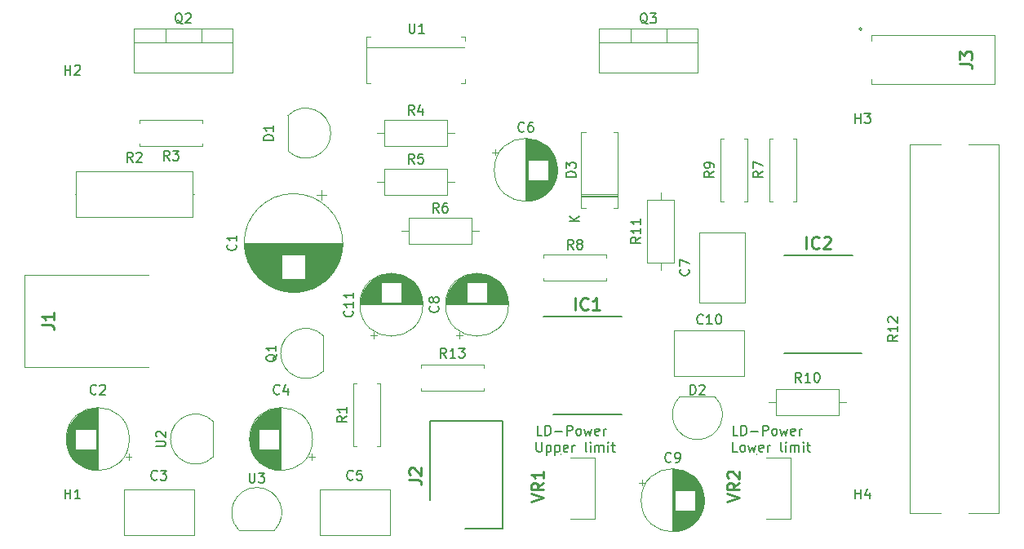
<source format=gbr>
G04 #@! TF.GenerationSoftware,KiCad,Pcbnew,5.0.2+dfsg1-1*
G04 #@! TF.CreationDate,2020-09-04T22:52:39+03:00*
G04 #@! TF.ProjectId,LDriver,4c447269-7665-4722-9e6b-696361645f70,rev?*
G04 #@! TF.SameCoordinates,Original*
G04 #@! TF.FileFunction,Legend,Top*
G04 #@! TF.FilePolarity,Positive*
%FSLAX46Y46*%
G04 Gerber Fmt 4.6, Leading zero omitted, Abs format (unit mm)*
G04 Created by KiCad (PCBNEW 5.0.2+dfsg1-1) date пт, 04-вер-2020 22:52:39 +0300*
%MOMM*%
%LPD*%
G01*
G04 APERTURE LIST*
%ADD10C,0.200000*%
%ADD11C,0.120000*%
%ADD12C,0.100000*%
%ADD13C,0.150000*%
%ADD14C,0.254000*%
G04 APERTURE END LIST*
D10*
X155345238Y-115172380D02*
X154869047Y-115172380D01*
X154869047Y-114172380D01*
X155678571Y-115172380D02*
X155678571Y-114172380D01*
X155916666Y-114172380D01*
X156059523Y-114220000D01*
X156154761Y-114315238D01*
X156202380Y-114410476D01*
X156250000Y-114600952D01*
X156250000Y-114743809D01*
X156202380Y-114934285D01*
X156154761Y-115029523D01*
X156059523Y-115124761D01*
X155916666Y-115172380D01*
X155678571Y-115172380D01*
X156678571Y-114791428D02*
X157440476Y-114791428D01*
X157916666Y-115172380D02*
X157916666Y-114172380D01*
X158297619Y-114172380D01*
X158392857Y-114220000D01*
X158440476Y-114267619D01*
X158488095Y-114362857D01*
X158488095Y-114505714D01*
X158440476Y-114600952D01*
X158392857Y-114648571D01*
X158297619Y-114696190D01*
X157916666Y-114696190D01*
X159059523Y-115172380D02*
X158964285Y-115124761D01*
X158916666Y-115077142D01*
X158869047Y-114981904D01*
X158869047Y-114696190D01*
X158916666Y-114600952D01*
X158964285Y-114553333D01*
X159059523Y-114505714D01*
X159202380Y-114505714D01*
X159297619Y-114553333D01*
X159345238Y-114600952D01*
X159392857Y-114696190D01*
X159392857Y-114981904D01*
X159345238Y-115077142D01*
X159297619Y-115124761D01*
X159202380Y-115172380D01*
X159059523Y-115172380D01*
X159726190Y-114505714D02*
X159916666Y-115172380D01*
X160107142Y-114696190D01*
X160297619Y-115172380D01*
X160488095Y-114505714D01*
X161250000Y-115124761D02*
X161154761Y-115172380D01*
X160964285Y-115172380D01*
X160869047Y-115124761D01*
X160821428Y-115029523D01*
X160821428Y-114648571D01*
X160869047Y-114553333D01*
X160964285Y-114505714D01*
X161154761Y-114505714D01*
X161250000Y-114553333D01*
X161297619Y-114648571D01*
X161297619Y-114743809D01*
X160821428Y-114839047D01*
X161726190Y-115172380D02*
X161726190Y-114505714D01*
X161726190Y-114696190D02*
X161773809Y-114600952D01*
X161821428Y-114553333D01*
X161916666Y-114505714D01*
X162011904Y-114505714D01*
X154750000Y-115872380D02*
X154750000Y-116681904D01*
X154797619Y-116777142D01*
X154845238Y-116824761D01*
X154940476Y-116872380D01*
X155130952Y-116872380D01*
X155226190Y-116824761D01*
X155273809Y-116777142D01*
X155321428Y-116681904D01*
X155321428Y-115872380D01*
X155797619Y-116205714D02*
X155797619Y-117205714D01*
X155797619Y-116253333D02*
X155892857Y-116205714D01*
X156083333Y-116205714D01*
X156178571Y-116253333D01*
X156226190Y-116300952D01*
X156273809Y-116396190D01*
X156273809Y-116681904D01*
X156226190Y-116777142D01*
X156178571Y-116824761D01*
X156083333Y-116872380D01*
X155892857Y-116872380D01*
X155797619Y-116824761D01*
X156702380Y-116205714D02*
X156702380Y-117205714D01*
X156702380Y-116253333D02*
X156797619Y-116205714D01*
X156988095Y-116205714D01*
X157083333Y-116253333D01*
X157130952Y-116300952D01*
X157178571Y-116396190D01*
X157178571Y-116681904D01*
X157130952Y-116777142D01*
X157083333Y-116824761D01*
X156988095Y-116872380D01*
X156797619Y-116872380D01*
X156702380Y-116824761D01*
X157988095Y-116824761D02*
X157892857Y-116872380D01*
X157702380Y-116872380D01*
X157607142Y-116824761D01*
X157559523Y-116729523D01*
X157559523Y-116348571D01*
X157607142Y-116253333D01*
X157702380Y-116205714D01*
X157892857Y-116205714D01*
X157988095Y-116253333D01*
X158035714Y-116348571D01*
X158035714Y-116443809D01*
X157559523Y-116539047D01*
X158464285Y-116872380D02*
X158464285Y-116205714D01*
X158464285Y-116396190D02*
X158511904Y-116300952D01*
X158559523Y-116253333D01*
X158654761Y-116205714D01*
X158750000Y-116205714D01*
X159988095Y-116872380D02*
X159892857Y-116824761D01*
X159845238Y-116729523D01*
X159845238Y-115872380D01*
X160369047Y-116872380D02*
X160369047Y-116205714D01*
X160369047Y-115872380D02*
X160321428Y-115920000D01*
X160369047Y-115967619D01*
X160416666Y-115920000D01*
X160369047Y-115872380D01*
X160369047Y-115967619D01*
X160845238Y-116872380D02*
X160845238Y-116205714D01*
X160845238Y-116300952D02*
X160892857Y-116253333D01*
X160988095Y-116205714D01*
X161130952Y-116205714D01*
X161226190Y-116253333D01*
X161273809Y-116348571D01*
X161273809Y-116872380D01*
X161273809Y-116348571D02*
X161321428Y-116253333D01*
X161416666Y-116205714D01*
X161559523Y-116205714D01*
X161654761Y-116253333D01*
X161702380Y-116348571D01*
X161702380Y-116872380D01*
X162178571Y-116872380D02*
X162178571Y-116205714D01*
X162178571Y-115872380D02*
X162130952Y-115920000D01*
X162178571Y-115967619D01*
X162226190Y-115920000D01*
X162178571Y-115872380D01*
X162178571Y-115967619D01*
X162511904Y-116205714D02*
X162892857Y-116205714D01*
X162654761Y-115872380D02*
X162654761Y-116729523D01*
X162702380Y-116824761D01*
X162797619Y-116872380D01*
X162892857Y-116872380D01*
X175665238Y-115172380D02*
X175189047Y-115172380D01*
X175189047Y-114172380D01*
X175998571Y-115172380D02*
X175998571Y-114172380D01*
X176236666Y-114172380D01*
X176379523Y-114220000D01*
X176474761Y-114315238D01*
X176522380Y-114410476D01*
X176570000Y-114600952D01*
X176570000Y-114743809D01*
X176522380Y-114934285D01*
X176474761Y-115029523D01*
X176379523Y-115124761D01*
X176236666Y-115172380D01*
X175998571Y-115172380D01*
X176998571Y-114791428D02*
X177760476Y-114791428D01*
X178236666Y-115172380D02*
X178236666Y-114172380D01*
X178617619Y-114172380D01*
X178712857Y-114220000D01*
X178760476Y-114267619D01*
X178808095Y-114362857D01*
X178808095Y-114505714D01*
X178760476Y-114600952D01*
X178712857Y-114648571D01*
X178617619Y-114696190D01*
X178236666Y-114696190D01*
X179379523Y-115172380D02*
X179284285Y-115124761D01*
X179236666Y-115077142D01*
X179189047Y-114981904D01*
X179189047Y-114696190D01*
X179236666Y-114600952D01*
X179284285Y-114553333D01*
X179379523Y-114505714D01*
X179522380Y-114505714D01*
X179617619Y-114553333D01*
X179665238Y-114600952D01*
X179712857Y-114696190D01*
X179712857Y-114981904D01*
X179665238Y-115077142D01*
X179617619Y-115124761D01*
X179522380Y-115172380D01*
X179379523Y-115172380D01*
X180046190Y-114505714D02*
X180236666Y-115172380D01*
X180427142Y-114696190D01*
X180617619Y-115172380D01*
X180808095Y-114505714D01*
X181570000Y-115124761D02*
X181474761Y-115172380D01*
X181284285Y-115172380D01*
X181189047Y-115124761D01*
X181141428Y-115029523D01*
X181141428Y-114648571D01*
X181189047Y-114553333D01*
X181284285Y-114505714D01*
X181474761Y-114505714D01*
X181570000Y-114553333D01*
X181617619Y-114648571D01*
X181617619Y-114743809D01*
X181141428Y-114839047D01*
X182046190Y-115172380D02*
X182046190Y-114505714D01*
X182046190Y-114696190D02*
X182093809Y-114600952D01*
X182141428Y-114553333D01*
X182236666Y-114505714D01*
X182331904Y-114505714D01*
X175593809Y-116872380D02*
X175117619Y-116872380D01*
X175117619Y-115872380D01*
X176070000Y-116872380D02*
X175974761Y-116824761D01*
X175927142Y-116777142D01*
X175879523Y-116681904D01*
X175879523Y-116396190D01*
X175927142Y-116300952D01*
X175974761Y-116253333D01*
X176070000Y-116205714D01*
X176212857Y-116205714D01*
X176308095Y-116253333D01*
X176355714Y-116300952D01*
X176403333Y-116396190D01*
X176403333Y-116681904D01*
X176355714Y-116777142D01*
X176308095Y-116824761D01*
X176212857Y-116872380D01*
X176070000Y-116872380D01*
X176736666Y-116205714D02*
X176927142Y-116872380D01*
X177117619Y-116396190D01*
X177308095Y-116872380D01*
X177498571Y-116205714D01*
X178260476Y-116824761D02*
X178165238Y-116872380D01*
X177974761Y-116872380D01*
X177879523Y-116824761D01*
X177831904Y-116729523D01*
X177831904Y-116348571D01*
X177879523Y-116253333D01*
X177974761Y-116205714D01*
X178165238Y-116205714D01*
X178260476Y-116253333D01*
X178308095Y-116348571D01*
X178308095Y-116443809D01*
X177831904Y-116539047D01*
X178736666Y-116872380D02*
X178736666Y-116205714D01*
X178736666Y-116396190D02*
X178784285Y-116300952D01*
X178831904Y-116253333D01*
X178927142Y-116205714D01*
X179022380Y-116205714D01*
X180260476Y-116872380D02*
X180165238Y-116824761D01*
X180117619Y-116729523D01*
X180117619Y-115872380D01*
X180641428Y-116872380D02*
X180641428Y-116205714D01*
X180641428Y-115872380D02*
X180593809Y-115920000D01*
X180641428Y-115967619D01*
X180689047Y-115920000D01*
X180641428Y-115872380D01*
X180641428Y-115967619D01*
X181117619Y-116872380D02*
X181117619Y-116205714D01*
X181117619Y-116300952D02*
X181165238Y-116253333D01*
X181260476Y-116205714D01*
X181403333Y-116205714D01*
X181498571Y-116253333D01*
X181546190Y-116348571D01*
X181546190Y-116872380D01*
X181546190Y-116348571D02*
X181593809Y-116253333D01*
X181689047Y-116205714D01*
X181831904Y-116205714D01*
X181927142Y-116253333D01*
X181974761Y-116348571D01*
X181974761Y-116872380D01*
X182450952Y-116872380D02*
X182450952Y-116205714D01*
X182450952Y-115872380D02*
X182403333Y-115920000D01*
X182450952Y-115967619D01*
X182498571Y-115920000D01*
X182450952Y-115872380D01*
X182450952Y-115967619D01*
X182784285Y-116205714D02*
X183165238Y-116205714D01*
X182927142Y-115872380D02*
X182927142Y-116729523D01*
X182974761Y-116824761D01*
X183070000Y-116872380D01*
X183165238Y-116872380D01*
D11*
G04 #@! TO.C,R7*
X178970000Y-90900000D02*
X179300000Y-90900000D01*
X178970000Y-84360000D02*
X178970000Y-90900000D01*
X179300000Y-84360000D02*
X178970000Y-84360000D01*
X181710000Y-90900000D02*
X181380000Y-90900000D01*
X181710000Y-84360000D02*
X181710000Y-90900000D01*
X181380000Y-84360000D02*
X181710000Y-84360000D01*
G04 #@! TO.C,D2*
X169611522Y-111191522D02*
G75*
G03X171450000Y-115630000I1838478J-1838478D01*
G01*
X173288478Y-111191522D02*
G75*
G02X171450000Y-115630000I-1838478J-1838478D01*
G01*
X173250000Y-111180000D02*
X169650000Y-111180000D01*
D10*
G04 #@! TO.C,J2*
X151225000Y-124865000D02*
X147320000Y-124865000D01*
X151225000Y-113695000D02*
X151225000Y-124865000D01*
X143715000Y-113695000D02*
X151225000Y-113695000D01*
X143715000Y-121920000D02*
X143715000Y-113695000D01*
D11*
G04 #@! TO.C,C1*
X132915000Y-90230354D02*
X131915000Y-90230354D01*
X132415000Y-89730354D02*
X132415000Y-90730354D01*
X130139000Y-100291000D02*
X128941000Y-100291000D01*
X130402000Y-100251000D02*
X128678000Y-100251000D01*
X130602000Y-100211000D02*
X128478000Y-100211000D01*
X130770000Y-100171000D02*
X128310000Y-100171000D01*
X130918000Y-100131000D02*
X128162000Y-100131000D01*
X131050000Y-100091000D02*
X128030000Y-100091000D01*
X131170000Y-100051000D02*
X127910000Y-100051000D01*
X131282000Y-100011000D02*
X127798000Y-100011000D01*
X131386000Y-99971000D02*
X127694000Y-99971000D01*
X131484000Y-99931000D02*
X127596000Y-99931000D01*
X131577000Y-99891000D02*
X127503000Y-99891000D01*
X131665000Y-99851000D02*
X127415000Y-99851000D01*
X131749000Y-99811000D02*
X127331000Y-99811000D01*
X131829000Y-99771000D02*
X127251000Y-99771000D01*
X131905000Y-99731000D02*
X127175000Y-99731000D01*
X131979000Y-99691000D02*
X127101000Y-99691000D01*
X132050000Y-99651000D02*
X127030000Y-99651000D01*
X132119000Y-99611000D02*
X126961000Y-99611000D01*
X132185000Y-99571000D02*
X126895000Y-99571000D01*
X132249000Y-99531000D02*
X126831000Y-99531000D01*
X132310000Y-99491000D02*
X126770000Y-99491000D01*
X132370000Y-99451000D02*
X126710000Y-99451000D01*
X132429000Y-99411000D02*
X126651000Y-99411000D01*
X132485000Y-99371000D02*
X126595000Y-99371000D01*
X132540000Y-99331000D02*
X126540000Y-99331000D01*
X132594000Y-99291000D02*
X126486000Y-99291000D01*
X132646000Y-99251000D02*
X126434000Y-99251000D01*
X132696000Y-99211000D02*
X126384000Y-99211000D01*
X132746000Y-99171000D02*
X126334000Y-99171000D01*
X132794000Y-99131000D02*
X126286000Y-99131000D01*
X132841000Y-99091000D02*
X126239000Y-99091000D01*
X132887000Y-99051000D02*
X126193000Y-99051000D01*
X132932000Y-99011000D02*
X126148000Y-99011000D01*
X132976000Y-98971000D02*
X126104000Y-98971000D01*
X128299000Y-98931000D02*
X126062000Y-98931000D01*
X133018000Y-98931000D02*
X130781000Y-98931000D01*
X128299000Y-98891000D02*
X126020000Y-98891000D01*
X133060000Y-98891000D02*
X130781000Y-98891000D01*
X128299000Y-98851000D02*
X125979000Y-98851000D01*
X133101000Y-98851000D02*
X130781000Y-98851000D01*
X128299000Y-98811000D02*
X125939000Y-98811000D01*
X133141000Y-98811000D02*
X130781000Y-98811000D01*
X128299000Y-98771000D02*
X125900000Y-98771000D01*
X133180000Y-98771000D02*
X130781000Y-98771000D01*
X128299000Y-98731000D02*
X125861000Y-98731000D01*
X133219000Y-98731000D02*
X130781000Y-98731000D01*
X128299000Y-98691000D02*
X125824000Y-98691000D01*
X133256000Y-98691000D02*
X130781000Y-98691000D01*
X128299000Y-98651000D02*
X125787000Y-98651000D01*
X133293000Y-98651000D02*
X130781000Y-98651000D01*
X128299000Y-98611000D02*
X125751000Y-98611000D01*
X133329000Y-98611000D02*
X130781000Y-98611000D01*
X128299000Y-98571000D02*
X125716000Y-98571000D01*
X133364000Y-98571000D02*
X130781000Y-98571000D01*
X128299000Y-98531000D02*
X125682000Y-98531000D01*
X133398000Y-98531000D02*
X130781000Y-98531000D01*
X128299000Y-98491000D02*
X125648000Y-98491000D01*
X133432000Y-98491000D02*
X130781000Y-98491000D01*
X128299000Y-98451000D02*
X125615000Y-98451000D01*
X133465000Y-98451000D02*
X130781000Y-98451000D01*
X128299000Y-98411000D02*
X125583000Y-98411000D01*
X133497000Y-98411000D02*
X130781000Y-98411000D01*
X128299000Y-98371000D02*
X125551000Y-98371000D01*
X133529000Y-98371000D02*
X130781000Y-98371000D01*
X128299000Y-98331000D02*
X125520000Y-98331000D01*
X133560000Y-98331000D02*
X130781000Y-98331000D01*
X128299000Y-98291000D02*
X125490000Y-98291000D01*
X133590000Y-98291000D02*
X130781000Y-98291000D01*
X128299000Y-98251000D02*
X125460000Y-98251000D01*
X133620000Y-98251000D02*
X130781000Y-98251000D01*
X128299000Y-98211000D02*
X125430000Y-98211000D01*
X133650000Y-98211000D02*
X130781000Y-98211000D01*
X128299000Y-98171000D02*
X125402000Y-98171000D01*
X133678000Y-98171000D02*
X130781000Y-98171000D01*
X128299000Y-98131000D02*
X125374000Y-98131000D01*
X133706000Y-98131000D02*
X130781000Y-98131000D01*
X128299000Y-98091000D02*
X125346000Y-98091000D01*
X133734000Y-98091000D02*
X130781000Y-98091000D01*
X128299000Y-98051000D02*
X125319000Y-98051000D01*
X133761000Y-98051000D02*
X130781000Y-98051000D01*
X128299000Y-98011000D02*
X125293000Y-98011000D01*
X133787000Y-98011000D02*
X130781000Y-98011000D01*
X128299000Y-97971000D02*
X125267000Y-97971000D01*
X133813000Y-97971000D02*
X130781000Y-97971000D01*
X128299000Y-97931000D02*
X125242000Y-97931000D01*
X133838000Y-97931000D02*
X130781000Y-97931000D01*
X128299000Y-97891000D02*
X125217000Y-97891000D01*
X133863000Y-97891000D02*
X130781000Y-97891000D01*
X128299000Y-97851000D02*
X125193000Y-97851000D01*
X133887000Y-97851000D02*
X130781000Y-97851000D01*
X128299000Y-97811000D02*
X125169000Y-97811000D01*
X133911000Y-97811000D02*
X130781000Y-97811000D01*
X128299000Y-97771000D02*
X125145000Y-97771000D01*
X133935000Y-97771000D02*
X130781000Y-97771000D01*
X128299000Y-97731000D02*
X125123000Y-97731000D01*
X133957000Y-97731000D02*
X130781000Y-97731000D01*
X128299000Y-97691000D02*
X125100000Y-97691000D01*
X133980000Y-97691000D02*
X130781000Y-97691000D01*
X128299000Y-97651000D02*
X125078000Y-97651000D01*
X134002000Y-97651000D02*
X130781000Y-97651000D01*
X128299000Y-97611000D02*
X125057000Y-97611000D01*
X134023000Y-97611000D02*
X130781000Y-97611000D01*
X128299000Y-97571000D02*
X125036000Y-97571000D01*
X134044000Y-97571000D02*
X130781000Y-97571000D01*
X128299000Y-97531000D02*
X125015000Y-97531000D01*
X134065000Y-97531000D02*
X130781000Y-97531000D01*
X128299000Y-97491000D02*
X124995000Y-97491000D01*
X134085000Y-97491000D02*
X130781000Y-97491000D01*
X128299000Y-97451000D02*
X124976000Y-97451000D01*
X134104000Y-97451000D02*
X130781000Y-97451000D01*
X128299000Y-97411000D02*
X124956000Y-97411000D01*
X134124000Y-97411000D02*
X130781000Y-97411000D01*
X128299000Y-97371000D02*
X124937000Y-97371000D01*
X134143000Y-97371000D02*
X130781000Y-97371000D01*
X128299000Y-97331000D02*
X124919000Y-97331000D01*
X134161000Y-97331000D02*
X130781000Y-97331000D01*
X128299000Y-97291000D02*
X124901000Y-97291000D01*
X134179000Y-97291000D02*
X130781000Y-97291000D01*
X128299000Y-97251000D02*
X124883000Y-97251000D01*
X134197000Y-97251000D02*
X130781000Y-97251000D01*
X128299000Y-97211000D02*
X124866000Y-97211000D01*
X134214000Y-97211000D02*
X130781000Y-97211000D01*
X128299000Y-97171000D02*
X124850000Y-97171000D01*
X134230000Y-97171000D02*
X130781000Y-97171000D01*
X128299000Y-97131000D02*
X124833000Y-97131000D01*
X134247000Y-97131000D02*
X130781000Y-97131000D01*
X128299000Y-97091000D02*
X124817000Y-97091000D01*
X134263000Y-97091000D02*
X130781000Y-97091000D01*
X128299000Y-97051000D02*
X124802000Y-97051000D01*
X134278000Y-97051000D02*
X130781000Y-97051000D01*
X128299000Y-97011000D02*
X124786000Y-97011000D01*
X134294000Y-97011000D02*
X130781000Y-97011000D01*
X128299000Y-96971000D02*
X124772000Y-96971000D01*
X134308000Y-96971000D02*
X130781000Y-96971000D01*
X128299000Y-96931000D02*
X124757000Y-96931000D01*
X134323000Y-96931000D02*
X130781000Y-96931000D01*
X128299000Y-96891000D02*
X124743000Y-96891000D01*
X134337000Y-96891000D02*
X130781000Y-96891000D01*
X128299000Y-96851000D02*
X124729000Y-96851000D01*
X134351000Y-96851000D02*
X130781000Y-96851000D01*
X128299000Y-96811000D02*
X124716000Y-96811000D01*
X134364000Y-96811000D02*
X130781000Y-96811000D01*
X128299000Y-96771000D02*
X124703000Y-96771000D01*
X134377000Y-96771000D02*
X130781000Y-96771000D01*
X128299000Y-96731000D02*
X124690000Y-96731000D01*
X134390000Y-96731000D02*
X130781000Y-96731000D01*
X128299000Y-96691000D02*
X124678000Y-96691000D01*
X134402000Y-96691000D02*
X130781000Y-96691000D01*
X128299000Y-96651000D02*
X124666000Y-96651000D01*
X134414000Y-96651000D02*
X130781000Y-96651000D01*
X128299000Y-96611000D02*
X124655000Y-96611000D01*
X134425000Y-96611000D02*
X130781000Y-96611000D01*
X128299000Y-96571000D02*
X124643000Y-96571000D01*
X134437000Y-96571000D02*
X130781000Y-96571000D01*
X128299000Y-96531000D02*
X124633000Y-96531000D01*
X134447000Y-96531000D02*
X130781000Y-96531000D01*
X128299000Y-96491000D02*
X124622000Y-96491000D01*
X134458000Y-96491000D02*
X130781000Y-96491000D01*
X134468000Y-96451000D02*
X124612000Y-96451000D01*
X134478000Y-96411000D02*
X124602000Y-96411000D01*
X134487000Y-96371000D02*
X124593000Y-96371000D01*
X134496000Y-96331000D02*
X124584000Y-96331000D01*
X134505000Y-96291000D02*
X124575000Y-96291000D01*
X134514000Y-96251000D02*
X124566000Y-96251000D01*
X134522000Y-96211000D02*
X124558000Y-96211000D01*
X134530000Y-96171000D02*
X124550000Y-96171000D01*
X134537000Y-96131000D02*
X124543000Y-96131000D01*
X134544000Y-96091000D02*
X124536000Y-96091000D01*
X134551000Y-96051000D02*
X124529000Y-96051000D01*
X134558000Y-96011000D02*
X124522000Y-96011000D01*
X134564000Y-95971000D02*
X124516000Y-95971000D01*
X134570000Y-95931000D02*
X124510000Y-95931000D01*
X134575000Y-95890000D02*
X124505000Y-95890000D01*
X134580000Y-95850000D02*
X124500000Y-95850000D01*
X134585000Y-95810000D02*
X124495000Y-95810000D01*
X134590000Y-95770000D02*
X124490000Y-95770000D01*
X134594000Y-95730000D02*
X124486000Y-95730000D01*
X134598000Y-95690000D02*
X124482000Y-95690000D01*
X134602000Y-95650000D02*
X124478000Y-95650000D01*
X134605000Y-95610000D02*
X124475000Y-95610000D01*
X134608000Y-95570000D02*
X124472000Y-95570000D01*
X134610000Y-95530000D02*
X124470000Y-95530000D01*
X134613000Y-95490000D02*
X124467000Y-95490000D01*
X134615000Y-95450000D02*
X124465000Y-95450000D01*
X134617000Y-95410000D02*
X124463000Y-95410000D01*
X134618000Y-95370000D02*
X124462000Y-95370000D01*
X134619000Y-95330000D02*
X124461000Y-95330000D01*
X134620000Y-95290000D02*
X124460000Y-95290000D01*
X134620000Y-95250000D02*
X124460000Y-95250000D01*
X134620000Y-95210000D02*
X124460000Y-95210000D01*
X134660000Y-95210000D02*
G75*
G03X134660000Y-95210000I-5120000J0D01*
G01*
G04 #@! TO.C,C2*
X112425241Y-117724000D02*
X112425241Y-117094000D01*
X112740241Y-117409000D02*
X112110241Y-117409000D01*
X105999000Y-115972000D02*
X105999000Y-115168000D01*
X106039000Y-116203000D02*
X106039000Y-114937000D01*
X106079000Y-116372000D02*
X106079000Y-114768000D01*
X106119000Y-116510000D02*
X106119000Y-114630000D01*
X106159000Y-116629000D02*
X106159000Y-114511000D01*
X106199000Y-116735000D02*
X106199000Y-114405000D01*
X106239000Y-116832000D02*
X106239000Y-114308000D01*
X106279000Y-116920000D02*
X106279000Y-114220000D01*
X106319000Y-117002000D02*
X106319000Y-114138000D01*
X106359000Y-117079000D02*
X106359000Y-114061000D01*
X106399000Y-117151000D02*
X106399000Y-113989000D01*
X106439000Y-117220000D02*
X106439000Y-113920000D01*
X106479000Y-117284000D02*
X106479000Y-113856000D01*
X106519000Y-117346000D02*
X106519000Y-113794000D01*
X106559000Y-117404000D02*
X106559000Y-113736000D01*
X106599000Y-117460000D02*
X106599000Y-113680000D01*
X106639000Y-117514000D02*
X106639000Y-113626000D01*
X106679000Y-117565000D02*
X106679000Y-113575000D01*
X106719000Y-117614000D02*
X106719000Y-113526000D01*
X106759000Y-117662000D02*
X106759000Y-113478000D01*
X106799000Y-117707000D02*
X106799000Y-113433000D01*
X106839000Y-117752000D02*
X106839000Y-113388000D01*
X106879000Y-117794000D02*
X106879000Y-113346000D01*
X106919000Y-117835000D02*
X106919000Y-113305000D01*
X106959000Y-114530000D02*
X106959000Y-113265000D01*
X106959000Y-117875000D02*
X106959000Y-116610000D01*
X106999000Y-114530000D02*
X106999000Y-113227000D01*
X106999000Y-117913000D02*
X106999000Y-116610000D01*
X107039000Y-114530000D02*
X107039000Y-113190000D01*
X107039000Y-117950000D02*
X107039000Y-116610000D01*
X107079000Y-114530000D02*
X107079000Y-113154000D01*
X107079000Y-117986000D02*
X107079000Y-116610000D01*
X107119000Y-114530000D02*
X107119000Y-113120000D01*
X107119000Y-118020000D02*
X107119000Y-116610000D01*
X107159000Y-114530000D02*
X107159000Y-113086000D01*
X107159000Y-118054000D02*
X107159000Y-116610000D01*
X107199000Y-114530000D02*
X107199000Y-113054000D01*
X107199000Y-118086000D02*
X107199000Y-116610000D01*
X107239000Y-114530000D02*
X107239000Y-113022000D01*
X107239000Y-118118000D02*
X107239000Y-116610000D01*
X107279000Y-114530000D02*
X107279000Y-112992000D01*
X107279000Y-118148000D02*
X107279000Y-116610000D01*
X107319000Y-114530000D02*
X107319000Y-112963000D01*
X107319000Y-118177000D02*
X107319000Y-116610000D01*
X107359000Y-114530000D02*
X107359000Y-112934000D01*
X107359000Y-118206000D02*
X107359000Y-116610000D01*
X107399000Y-114530000D02*
X107399000Y-112906000D01*
X107399000Y-118234000D02*
X107399000Y-116610000D01*
X107439000Y-114530000D02*
X107439000Y-112880000D01*
X107439000Y-118260000D02*
X107439000Y-116610000D01*
X107479000Y-114530000D02*
X107479000Y-112854000D01*
X107479000Y-118286000D02*
X107479000Y-116610000D01*
X107519000Y-114530000D02*
X107519000Y-112828000D01*
X107519000Y-118312000D02*
X107519000Y-116610000D01*
X107559000Y-114530000D02*
X107559000Y-112804000D01*
X107559000Y-118336000D02*
X107559000Y-116610000D01*
X107599000Y-114530000D02*
X107599000Y-112780000D01*
X107599000Y-118360000D02*
X107599000Y-116610000D01*
X107639000Y-114530000D02*
X107639000Y-112758000D01*
X107639000Y-118382000D02*
X107639000Y-116610000D01*
X107679000Y-114530000D02*
X107679000Y-112736000D01*
X107679000Y-118404000D02*
X107679000Y-116610000D01*
X107719000Y-114530000D02*
X107719000Y-112714000D01*
X107719000Y-118426000D02*
X107719000Y-116610000D01*
X107759000Y-114530000D02*
X107759000Y-112694000D01*
X107759000Y-118446000D02*
X107759000Y-116610000D01*
X107799000Y-114530000D02*
X107799000Y-112674000D01*
X107799000Y-118466000D02*
X107799000Y-116610000D01*
X107839000Y-114530000D02*
X107839000Y-112654000D01*
X107839000Y-118486000D02*
X107839000Y-116610000D01*
X107879000Y-114530000D02*
X107879000Y-112636000D01*
X107879000Y-118504000D02*
X107879000Y-116610000D01*
X107919000Y-114530000D02*
X107919000Y-112618000D01*
X107919000Y-118522000D02*
X107919000Y-116610000D01*
X107959000Y-114530000D02*
X107959000Y-112600000D01*
X107959000Y-118540000D02*
X107959000Y-116610000D01*
X107999000Y-114530000D02*
X107999000Y-112584000D01*
X107999000Y-118556000D02*
X107999000Y-116610000D01*
X108039000Y-114530000D02*
X108039000Y-112568000D01*
X108039000Y-118572000D02*
X108039000Y-116610000D01*
X108079000Y-114530000D02*
X108079000Y-112552000D01*
X108079000Y-118588000D02*
X108079000Y-116610000D01*
X108119000Y-114530000D02*
X108119000Y-112537000D01*
X108119000Y-118603000D02*
X108119000Y-116610000D01*
X108159000Y-114530000D02*
X108159000Y-112523000D01*
X108159000Y-118617000D02*
X108159000Y-116610000D01*
X108199000Y-114530000D02*
X108199000Y-112509000D01*
X108199000Y-118631000D02*
X108199000Y-116610000D01*
X108239000Y-114530000D02*
X108239000Y-112496000D01*
X108239000Y-118644000D02*
X108239000Y-116610000D01*
X108279000Y-114530000D02*
X108279000Y-112484000D01*
X108279000Y-118656000D02*
X108279000Y-116610000D01*
X108319000Y-114530000D02*
X108319000Y-112472000D01*
X108319000Y-118668000D02*
X108319000Y-116610000D01*
X108359000Y-114530000D02*
X108359000Y-112460000D01*
X108359000Y-118680000D02*
X108359000Y-116610000D01*
X108399000Y-114530000D02*
X108399000Y-112449000D01*
X108399000Y-118691000D02*
X108399000Y-116610000D01*
X108439000Y-114530000D02*
X108439000Y-112439000D01*
X108439000Y-118701000D02*
X108439000Y-116610000D01*
X108479000Y-114530000D02*
X108479000Y-112429000D01*
X108479000Y-118711000D02*
X108479000Y-116610000D01*
X108519000Y-114530000D02*
X108519000Y-112420000D01*
X108519000Y-118720000D02*
X108519000Y-116610000D01*
X108560000Y-114530000D02*
X108560000Y-112411000D01*
X108560000Y-118729000D02*
X108560000Y-116610000D01*
X108600000Y-114530000D02*
X108600000Y-112403000D01*
X108600000Y-118737000D02*
X108600000Y-116610000D01*
X108640000Y-114530000D02*
X108640000Y-112395000D01*
X108640000Y-118745000D02*
X108640000Y-116610000D01*
X108680000Y-114530000D02*
X108680000Y-112388000D01*
X108680000Y-118752000D02*
X108680000Y-116610000D01*
X108720000Y-114530000D02*
X108720000Y-112381000D01*
X108720000Y-118759000D02*
X108720000Y-116610000D01*
X108760000Y-114530000D02*
X108760000Y-112375000D01*
X108760000Y-118765000D02*
X108760000Y-116610000D01*
X108800000Y-114530000D02*
X108800000Y-112369000D01*
X108800000Y-118771000D02*
X108800000Y-116610000D01*
X108840000Y-114530000D02*
X108840000Y-112364000D01*
X108840000Y-118776000D02*
X108840000Y-116610000D01*
X108880000Y-114530000D02*
X108880000Y-112359000D01*
X108880000Y-118781000D02*
X108880000Y-116610000D01*
X108920000Y-114530000D02*
X108920000Y-112355000D01*
X108920000Y-118785000D02*
X108920000Y-116610000D01*
X108960000Y-114530000D02*
X108960000Y-112352000D01*
X108960000Y-118788000D02*
X108960000Y-116610000D01*
X109000000Y-114530000D02*
X109000000Y-112348000D01*
X109000000Y-118792000D02*
X109000000Y-116610000D01*
X109040000Y-118794000D02*
X109040000Y-112346000D01*
X109080000Y-118797000D02*
X109080000Y-112343000D01*
X109120000Y-118798000D02*
X109120000Y-112342000D01*
X109160000Y-118800000D02*
X109160000Y-112340000D01*
X109200000Y-118800000D02*
X109200000Y-112340000D01*
X109240000Y-118800000D02*
X109240000Y-112340000D01*
X112510000Y-115570000D02*
G75*
G03X112510000Y-115570000I-3270000J0D01*
G01*
G04 #@! TO.C,C3*
X111990000Y-125560000D02*
X111990000Y-120820000D01*
X119230000Y-125560000D02*
X119230000Y-120820000D01*
X119230000Y-120820000D02*
X111990000Y-120820000D01*
X119230000Y-125560000D02*
X111990000Y-125560000D01*
G04 #@! TO.C,C4*
X131435241Y-117724000D02*
X131435241Y-117094000D01*
X131750241Y-117409000D02*
X131120241Y-117409000D01*
X125009000Y-115972000D02*
X125009000Y-115168000D01*
X125049000Y-116203000D02*
X125049000Y-114937000D01*
X125089000Y-116372000D02*
X125089000Y-114768000D01*
X125129000Y-116510000D02*
X125129000Y-114630000D01*
X125169000Y-116629000D02*
X125169000Y-114511000D01*
X125209000Y-116735000D02*
X125209000Y-114405000D01*
X125249000Y-116832000D02*
X125249000Y-114308000D01*
X125289000Y-116920000D02*
X125289000Y-114220000D01*
X125329000Y-117002000D02*
X125329000Y-114138000D01*
X125369000Y-117079000D02*
X125369000Y-114061000D01*
X125409000Y-117151000D02*
X125409000Y-113989000D01*
X125449000Y-117220000D02*
X125449000Y-113920000D01*
X125489000Y-117284000D02*
X125489000Y-113856000D01*
X125529000Y-117346000D02*
X125529000Y-113794000D01*
X125569000Y-117404000D02*
X125569000Y-113736000D01*
X125609000Y-117460000D02*
X125609000Y-113680000D01*
X125649000Y-117514000D02*
X125649000Y-113626000D01*
X125689000Y-117565000D02*
X125689000Y-113575000D01*
X125729000Y-117614000D02*
X125729000Y-113526000D01*
X125769000Y-117662000D02*
X125769000Y-113478000D01*
X125809000Y-117707000D02*
X125809000Y-113433000D01*
X125849000Y-117752000D02*
X125849000Y-113388000D01*
X125889000Y-117794000D02*
X125889000Y-113346000D01*
X125929000Y-117835000D02*
X125929000Y-113305000D01*
X125969000Y-114530000D02*
X125969000Y-113265000D01*
X125969000Y-117875000D02*
X125969000Y-116610000D01*
X126009000Y-114530000D02*
X126009000Y-113227000D01*
X126009000Y-117913000D02*
X126009000Y-116610000D01*
X126049000Y-114530000D02*
X126049000Y-113190000D01*
X126049000Y-117950000D02*
X126049000Y-116610000D01*
X126089000Y-114530000D02*
X126089000Y-113154000D01*
X126089000Y-117986000D02*
X126089000Y-116610000D01*
X126129000Y-114530000D02*
X126129000Y-113120000D01*
X126129000Y-118020000D02*
X126129000Y-116610000D01*
X126169000Y-114530000D02*
X126169000Y-113086000D01*
X126169000Y-118054000D02*
X126169000Y-116610000D01*
X126209000Y-114530000D02*
X126209000Y-113054000D01*
X126209000Y-118086000D02*
X126209000Y-116610000D01*
X126249000Y-114530000D02*
X126249000Y-113022000D01*
X126249000Y-118118000D02*
X126249000Y-116610000D01*
X126289000Y-114530000D02*
X126289000Y-112992000D01*
X126289000Y-118148000D02*
X126289000Y-116610000D01*
X126329000Y-114530000D02*
X126329000Y-112963000D01*
X126329000Y-118177000D02*
X126329000Y-116610000D01*
X126369000Y-114530000D02*
X126369000Y-112934000D01*
X126369000Y-118206000D02*
X126369000Y-116610000D01*
X126409000Y-114530000D02*
X126409000Y-112906000D01*
X126409000Y-118234000D02*
X126409000Y-116610000D01*
X126449000Y-114530000D02*
X126449000Y-112880000D01*
X126449000Y-118260000D02*
X126449000Y-116610000D01*
X126489000Y-114530000D02*
X126489000Y-112854000D01*
X126489000Y-118286000D02*
X126489000Y-116610000D01*
X126529000Y-114530000D02*
X126529000Y-112828000D01*
X126529000Y-118312000D02*
X126529000Y-116610000D01*
X126569000Y-114530000D02*
X126569000Y-112804000D01*
X126569000Y-118336000D02*
X126569000Y-116610000D01*
X126609000Y-114530000D02*
X126609000Y-112780000D01*
X126609000Y-118360000D02*
X126609000Y-116610000D01*
X126649000Y-114530000D02*
X126649000Y-112758000D01*
X126649000Y-118382000D02*
X126649000Y-116610000D01*
X126689000Y-114530000D02*
X126689000Y-112736000D01*
X126689000Y-118404000D02*
X126689000Y-116610000D01*
X126729000Y-114530000D02*
X126729000Y-112714000D01*
X126729000Y-118426000D02*
X126729000Y-116610000D01*
X126769000Y-114530000D02*
X126769000Y-112694000D01*
X126769000Y-118446000D02*
X126769000Y-116610000D01*
X126809000Y-114530000D02*
X126809000Y-112674000D01*
X126809000Y-118466000D02*
X126809000Y-116610000D01*
X126849000Y-114530000D02*
X126849000Y-112654000D01*
X126849000Y-118486000D02*
X126849000Y-116610000D01*
X126889000Y-114530000D02*
X126889000Y-112636000D01*
X126889000Y-118504000D02*
X126889000Y-116610000D01*
X126929000Y-114530000D02*
X126929000Y-112618000D01*
X126929000Y-118522000D02*
X126929000Y-116610000D01*
X126969000Y-114530000D02*
X126969000Y-112600000D01*
X126969000Y-118540000D02*
X126969000Y-116610000D01*
X127009000Y-114530000D02*
X127009000Y-112584000D01*
X127009000Y-118556000D02*
X127009000Y-116610000D01*
X127049000Y-114530000D02*
X127049000Y-112568000D01*
X127049000Y-118572000D02*
X127049000Y-116610000D01*
X127089000Y-114530000D02*
X127089000Y-112552000D01*
X127089000Y-118588000D02*
X127089000Y-116610000D01*
X127129000Y-114530000D02*
X127129000Y-112537000D01*
X127129000Y-118603000D02*
X127129000Y-116610000D01*
X127169000Y-114530000D02*
X127169000Y-112523000D01*
X127169000Y-118617000D02*
X127169000Y-116610000D01*
X127209000Y-114530000D02*
X127209000Y-112509000D01*
X127209000Y-118631000D02*
X127209000Y-116610000D01*
X127249000Y-114530000D02*
X127249000Y-112496000D01*
X127249000Y-118644000D02*
X127249000Y-116610000D01*
X127289000Y-114530000D02*
X127289000Y-112484000D01*
X127289000Y-118656000D02*
X127289000Y-116610000D01*
X127329000Y-114530000D02*
X127329000Y-112472000D01*
X127329000Y-118668000D02*
X127329000Y-116610000D01*
X127369000Y-114530000D02*
X127369000Y-112460000D01*
X127369000Y-118680000D02*
X127369000Y-116610000D01*
X127409000Y-114530000D02*
X127409000Y-112449000D01*
X127409000Y-118691000D02*
X127409000Y-116610000D01*
X127449000Y-114530000D02*
X127449000Y-112439000D01*
X127449000Y-118701000D02*
X127449000Y-116610000D01*
X127489000Y-114530000D02*
X127489000Y-112429000D01*
X127489000Y-118711000D02*
X127489000Y-116610000D01*
X127529000Y-114530000D02*
X127529000Y-112420000D01*
X127529000Y-118720000D02*
X127529000Y-116610000D01*
X127570000Y-114530000D02*
X127570000Y-112411000D01*
X127570000Y-118729000D02*
X127570000Y-116610000D01*
X127610000Y-114530000D02*
X127610000Y-112403000D01*
X127610000Y-118737000D02*
X127610000Y-116610000D01*
X127650000Y-114530000D02*
X127650000Y-112395000D01*
X127650000Y-118745000D02*
X127650000Y-116610000D01*
X127690000Y-114530000D02*
X127690000Y-112388000D01*
X127690000Y-118752000D02*
X127690000Y-116610000D01*
X127730000Y-114530000D02*
X127730000Y-112381000D01*
X127730000Y-118759000D02*
X127730000Y-116610000D01*
X127770000Y-114530000D02*
X127770000Y-112375000D01*
X127770000Y-118765000D02*
X127770000Y-116610000D01*
X127810000Y-114530000D02*
X127810000Y-112369000D01*
X127810000Y-118771000D02*
X127810000Y-116610000D01*
X127850000Y-114530000D02*
X127850000Y-112364000D01*
X127850000Y-118776000D02*
X127850000Y-116610000D01*
X127890000Y-114530000D02*
X127890000Y-112359000D01*
X127890000Y-118781000D02*
X127890000Y-116610000D01*
X127930000Y-114530000D02*
X127930000Y-112355000D01*
X127930000Y-118785000D02*
X127930000Y-116610000D01*
X127970000Y-114530000D02*
X127970000Y-112352000D01*
X127970000Y-118788000D02*
X127970000Y-116610000D01*
X128010000Y-114530000D02*
X128010000Y-112348000D01*
X128010000Y-118792000D02*
X128010000Y-116610000D01*
X128050000Y-118794000D02*
X128050000Y-112346000D01*
X128090000Y-118797000D02*
X128090000Y-112343000D01*
X128130000Y-118798000D02*
X128130000Y-112342000D01*
X128170000Y-118800000D02*
X128170000Y-112340000D01*
X128210000Y-118800000D02*
X128210000Y-112340000D01*
X128250000Y-118800000D02*
X128250000Y-112340000D01*
X131520000Y-115570000D02*
G75*
G03X131520000Y-115570000I-3270000J0D01*
G01*
G04 #@! TO.C,C5*
X139550000Y-125560000D02*
X132310000Y-125560000D01*
X139550000Y-120820000D02*
X132310000Y-120820000D01*
X139550000Y-125560000D02*
X139550000Y-120820000D01*
X132310000Y-125560000D02*
X132310000Y-120820000D01*
G04 #@! TO.C,C6*
X150464759Y-85476000D02*
X150464759Y-86106000D01*
X150149759Y-85791000D02*
X150779759Y-85791000D01*
X156891000Y-87228000D02*
X156891000Y-88032000D01*
X156851000Y-86997000D02*
X156851000Y-88263000D01*
X156811000Y-86828000D02*
X156811000Y-88432000D01*
X156771000Y-86690000D02*
X156771000Y-88570000D01*
X156731000Y-86571000D02*
X156731000Y-88689000D01*
X156691000Y-86465000D02*
X156691000Y-88795000D01*
X156651000Y-86368000D02*
X156651000Y-88892000D01*
X156611000Y-86280000D02*
X156611000Y-88980000D01*
X156571000Y-86198000D02*
X156571000Y-89062000D01*
X156531000Y-86121000D02*
X156531000Y-89139000D01*
X156491000Y-86049000D02*
X156491000Y-89211000D01*
X156451000Y-85980000D02*
X156451000Y-89280000D01*
X156411000Y-85916000D02*
X156411000Y-89344000D01*
X156371000Y-85854000D02*
X156371000Y-89406000D01*
X156331000Y-85796000D02*
X156331000Y-89464000D01*
X156291000Y-85740000D02*
X156291000Y-89520000D01*
X156251000Y-85686000D02*
X156251000Y-89574000D01*
X156211000Y-85635000D02*
X156211000Y-89625000D01*
X156171000Y-85586000D02*
X156171000Y-89674000D01*
X156131000Y-85538000D02*
X156131000Y-89722000D01*
X156091000Y-85493000D02*
X156091000Y-89767000D01*
X156051000Y-85448000D02*
X156051000Y-89812000D01*
X156011000Y-85406000D02*
X156011000Y-89854000D01*
X155971000Y-85365000D02*
X155971000Y-89895000D01*
X155931000Y-88670000D02*
X155931000Y-89935000D01*
X155931000Y-85325000D02*
X155931000Y-86590000D01*
X155891000Y-88670000D02*
X155891000Y-89973000D01*
X155891000Y-85287000D02*
X155891000Y-86590000D01*
X155851000Y-88670000D02*
X155851000Y-90010000D01*
X155851000Y-85250000D02*
X155851000Y-86590000D01*
X155811000Y-88670000D02*
X155811000Y-90046000D01*
X155811000Y-85214000D02*
X155811000Y-86590000D01*
X155771000Y-88670000D02*
X155771000Y-90080000D01*
X155771000Y-85180000D02*
X155771000Y-86590000D01*
X155731000Y-88670000D02*
X155731000Y-90114000D01*
X155731000Y-85146000D02*
X155731000Y-86590000D01*
X155691000Y-88670000D02*
X155691000Y-90146000D01*
X155691000Y-85114000D02*
X155691000Y-86590000D01*
X155651000Y-88670000D02*
X155651000Y-90178000D01*
X155651000Y-85082000D02*
X155651000Y-86590000D01*
X155611000Y-88670000D02*
X155611000Y-90208000D01*
X155611000Y-85052000D02*
X155611000Y-86590000D01*
X155571000Y-88670000D02*
X155571000Y-90237000D01*
X155571000Y-85023000D02*
X155571000Y-86590000D01*
X155531000Y-88670000D02*
X155531000Y-90266000D01*
X155531000Y-84994000D02*
X155531000Y-86590000D01*
X155491000Y-88670000D02*
X155491000Y-90294000D01*
X155491000Y-84966000D02*
X155491000Y-86590000D01*
X155451000Y-88670000D02*
X155451000Y-90320000D01*
X155451000Y-84940000D02*
X155451000Y-86590000D01*
X155411000Y-88670000D02*
X155411000Y-90346000D01*
X155411000Y-84914000D02*
X155411000Y-86590000D01*
X155371000Y-88670000D02*
X155371000Y-90372000D01*
X155371000Y-84888000D02*
X155371000Y-86590000D01*
X155331000Y-88670000D02*
X155331000Y-90396000D01*
X155331000Y-84864000D02*
X155331000Y-86590000D01*
X155291000Y-88670000D02*
X155291000Y-90420000D01*
X155291000Y-84840000D02*
X155291000Y-86590000D01*
X155251000Y-88670000D02*
X155251000Y-90442000D01*
X155251000Y-84818000D02*
X155251000Y-86590000D01*
X155211000Y-88670000D02*
X155211000Y-90464000D01*
X155211000Y-84796000D02*
X155211000Y-86590000D01*
X155171000Y-88670000D02*
X155171000Y-90486000D01*
X155171000Y-84774000D02*
X155171000Y-86590000D01*
X155131000Y-88670000D02*
X155131000Y-90506000D01*
X155131000Y-84754000D02*
X155131000Y-86590000D01*
X155091000Y-88670000D02*
X155091000Y-90526000D01*
X155091000Y-84734000D02*
X155091000Y-86590000D01*
X155051000Y-88670000D02*
X155051000Y-90546000D01*
X155051000Y-84714000D02*
X155051000Y-86590000D01*
X155011000Y-88670000D02*
X155011000Y-90564000D01*
X155011000Y-84696000D02*
X155011000Y-86590000D01*
X154971000Y-88670000D02*
X154971000Y-90582000D01*
X154971000Y-84678000D02*
X154971000Y-86590000D01*
X154931000Y-88670000D02*
X154931000Y-90600000D01*
X154931000Y-84660000D02*
X154931000Y-86590000D01*
X154891000Y-88670000D02*
X154891000Y-90616000D01*
X154891000Y-84644000D02*
X154891000Y-86590000D01*
X154851000Y-88670000D02*
X154851000Y-90632000D01*
X154851000Y-84628000D02*
X154851000Y-86590000D01*
X154811000Y-88670000D02*
X154811000Y-90648000D01*
X154811000Y-84612000D02*
X154811000Y-86590000D01*
X154771000Y-88670000D02*
X154771000Y-90663000D01*
X154771000Y-84597000D02*
X154771000Y-86590000D01*
X154731000Y-88670000D02*
X154731000Y-90677000D01*
X154731000Y-84583000D02*
X154731000Y-86590000D01*
X154691000Y-88670000D02*
X154691000Y-90691000D01*
X154691000Y-84569000D02*
X154691000Y-86590000D01*
X154651000Y-88670000D02*
X154651000Y-90704000D01*
X154651000Y-84556000D02*
X154651000Y-86590000D01*
X154611000Y-88670000D02*
X154611000Y-90716000D01*
X154611000Y-84544000D02*
X154611000Y-86590000D01*
X154571000Y-88670000D02*
X154571000Y-90728000D01*
X154571000Y-84532000D02*
X154571000Y-86590000D01*
X154531000Y-88670000D02*
X154531000Y-90740000D01*
X154531000Y-84520000D02*
X154531000Y-86590000D01*
X154491000Y-88670000D02*
X154491000Y-90751000D01*
X154491000Y-84509000D02*
X154491000Y-86590000D01*
X154451000Y-88670000D02*
X154451000Y-90761000D01*
X154451000Y-84499000D02*
X154451000Y-86590000D01*
X154411000Y-88670000D02*
X154411000Y-90771000D01*
X154411000Y-84489000D02*
X154411000Y-86590000D01*
X154371000Y-88670000D02*
X154371000Y-90780000D01*
X154371000Y-84480000D02*
X154371000Y-86590000D01*
X154330000Y-88670000D02*
X154330000Y-90789000D01*
X154330000Y-84471000D02*
X154330000Y-86590000D01*
X154290000Y-88670000D02*
X154290000Y-90797000D01*
X154290000Y-84463000D02*
X154290000Y-86590000D01*
X154250000Y-88670000D02*
X154250000Y-90805000D01*
X154250000Y-84455000D02*
X154250000Y-86590000D01*
X154210000Y-88670000D02*
X154210000Y-90812000D01*
X154210000Y-84448000D02*
X154210000Y-86590000D01*
X154170000Y-88670000D02*
X154170000Y-90819000D01*
X154170000Y-84441000D02*
X154170000Y-86590000D01*
X154130000Y-88670000D02*
X154130000Y-90825000D01*
X154130000Y-84435000D02*
X154130000Y-86590000D01*
X154090000Y-88670000D02*
X154090000Y-90831000D01*
X154090000Y-84429000D02*
X154090000Y-86590000D01*
X154050000Y-88670000D02*
X154050000Y-90836000D01*
X154050000Y-84424000D02*
X154050000Y-86590000D01*
X154010000Y-88670000D02*
X154010000Y-90841000D01*
X154010000Y-84419000D02*
X154010000Y-86590000D01*
X153970000Y-88670000D02*
X153970000Y-90845000D01*
X153970000Y-84415000D02*
X153970000Y-86590000D01*
X153930000Y-88670000D02*
X153930000Y-90848000D01*
X153930000Y-84412000D02*
X153930000Y-86590000D01*
X153890000Y-88670000D02*
X153890000Y-90852000D01*
X153890000Y-84408000D02*
X153890000Y-86590000D01*
X153850000Y-84406000D02*
X153850000Y-90854000D01*
X153810000Y-84403000D02*
X153810000Y-90857000D01*
X153770000Y-84402000D02*
X153770000Y-90858000D01*
X153730000Y-84400000D02*
X153730000Y-90860000D01*
X153690000Y-84400000D02*
X153690000Y-90860000D01*
X153650000Y-84400000D02*
X153650000Y-90860000D01*
X156920000Y-87630000D02*
G75*
G03X156920000Y-87630000I-3270000J0D01*
G01*
G04 #@! TO.C,C7*
X176360000Y-94130000D02*
X176360000Y-101370000D01*
X171620000Y-94130000D02*
X171620000Y-101370000D01*
X176360000Y-94130000D02*
X171620000Y-94130000D01*
X176360000Y-101370000D02*
X171620000Y-101370000D01*
G04 #@! TO.C,C8*
X151860000Y-101620000D02*
G75*
G03X151860000Y-101620000I-3270000J0D01*
G01*
X145360000Y-101620000D02*
X151820000Y-101620000D01*
X145360000Y-101580000D02*
X151820000Y-101580000D01*
X145360000Y-101540000D02*
X151820000Y-101540000D01*
X145362000Y-101500000D02*
X151818000Y-101500000D01*
X145363000Y-101460000D02*
X151817000Y-101460000D01*
X145366000Y-101420000D02*
X151814000Y-101420000D01*
X145368000Y-101380000D02*
X147550000Y-101380000D01*
X149630000Y-101380000D02*
X151812000Y-101380000D01*
X145372000Y-101340000D02*
X147550000Y-101340000D01*
X149630000Y-101340000D02*
X151808000Y-101340000D01*
X145375000Y-101300000D02*
X147550000Y-101300000D01*
X149630000Y-101300000D02*
X151805000Y-101300000D01*
X145379000Y-101260000D02*
X147550000Y-101260000D01*
X149630000Y-101260000D02*
X151801000Y-101260000D01*
X145384000Y-101220000D02*
X147550000Y-101220000D01*
X149630000Y-101220000D02*
X151796000Y-101220000D01*
X145389000Y-101180000D02*
X147550000Y-101180000D01*
X149630000Y-101180000D02*
X151791000Y-101180000D01*
X145395000Y-101140000D02*
X147550000Y-101140000D01*
X149630000Y-101140000D02*
X151785000Y-101140000D01*
X145401000Y-101100000D02*
X147550000Y-101100000D01*
X149630000Y-101100000D02*
X151779000Y-101100000D01*
X145408000Y-101060000D02*
X147550000Y-101060000D01*
X149630000Y-101060000D02*
X151772000Y-101060000D01*
X145415000Y-101020000D02*
X147550000Y-101020000D01*
X149630000Y-101020000D02*
X151765000Y-101020000D01*
X145423000Y-100980000D02*
X147550000Y-100980000D01*
X149630000Y-100980000D02*
X151757000Y-100980000D01*
X145431000Y-100940000D02*
X147550000Y-100940000D01*
X149630000Y-100940000D02*
X151749000Y-100940000D01*
X145440000Y-100899000D02*
X147550000Y-100899000D01*
X149630000Y-100899000D02*
X151740000Y-100899000D01*
X145449000Y-100859000D02*
X147550000Y-100859000D01*
X149630000Y-100859000D02*
X151731000Y-100859000D01*
X145459000Y-100819000D02*
X147550000Y-100819000D01*
X149630000Y-100819000D02*
X151721000Y-100819000D01*
X145469000Y-100779000D02*
X147550000Y-100779000D01*
X149630000Y-100779000D02*
X151711000Y-100779000D01*
X145480000Y-100739000D02*
X147550000Y-100739000D01*
X149630000Y-100739000D02*
X151700000Y-100739000D01*
X145492000Y-100699000D02*
X147550000Y-100699000D01*
X149630000Y-100699000D02*
X151688000Y-100699000D01*
X145504000Y-100659000D02*
X147550000Y-100659000D01*
X149630000Y-100659000D02*
X151676000Y-100659000D01*
X145516000Y-100619000D02*
X147550000Y-100619000D01*
X149630000Y-100619000D02*
X151664000Y-100619000D01*
X145529000Y-100579000D02*
X147550000Y-100579000D01*
X149630000Y-100579000D02*
X151651000Y-100579000D01*
X145543000Y-100539000D02*
X147550000Y-100539000D01*
X149630000Y-100539000D02*
X151637000Y-100539000D01*
X145557000Y-100499000D02*
X147550000Y-100499000D01*
X149630000Y-100499000D02*
X151623000Y-100499000D01*
X145572000Y-100459000D02*
X147550000Y-100459000D01*
X149630000Y-100459000D02*
X151608000Y-100459000D01*
X145588000Y-100419000D02*
X147550000Y-100419000D01*
X149630000Y-100419000D02*
X151592000Y-100419000D01*
X145604000Y-100379000D02*
X147550000Y-100379000D01*
X149630000Y-100379000D02*
X151576000Y-100379000D01*
X145620000Y-100339000D02*
X147550000Y-100339000D01*
X149630000Y-100339000D02*
X151560000Y-100339000D01*
X145638000Y-100299000D02*
X147550000Y-100299000D01*
X149630000Y-100299000D02*
X151542000Y-100299000D01*
X145656000Y-100259000D02*
X147550000Y-100259000D01*
X149630000Y-100259000D02*
X151524000Y-100259000D01*
X145674000Y-100219000D02*
X147550000Y-100219000D01*
X149630000Y-100219000D02*
X151506000Y-100219000D01*
X145694000Y-100179000D02*
X147550000Y-100179000D01*
X149630000Y-100179000D02*
X151486000Y-100179000D01*
X145714000Y-100139000D02*
X147550000Y-100139000D01*
X149630000Y-100139000D02*
X151466000Y-100139000D01*
X145734000Y-100099000D02*
X147550000Y-100099000D01*
X149630000Y-100099000D02*
X151446000Y-100099000D01*
X145756000Y-100059000D02*
X147550000Y-100059000D01*
X149630000Y-100059000D02*
X151424000Y-100059000D01*
X145778000Y-100019000D02*
X147550000Y-100019000D01*
X149630000Y-100019000D02*
X151402000Y-100019000D01*
X145800000Y-99979000D02*
X147550000Y-99979000D01*
X149630000Y-99979000D02*
X151380000Y-99979000D01*
X145824000Y-99939000D02*
X147550000Y-99939000D01*
X149630000Y-99939000D02*
X151356000Y-99939000D01*
X145848000Y-99899000D02*
X147550000Y-99899000D01*
X149630000Y-99899000D02*
X151332000Y-99899000D01*
X145874000Y-99859000D02*
X147550000Y-99859000D01*
X149630000Y-99859000D02*
X151306000Y-99859000D01*
X145900000Y-99819000D02*
X147550000Y-99819000D01*
X149630000Y-99819000D02*
X151280000Y-99819000D01*
X145926000Y-99779000D02*
X147550000Y-99779000D01*
X149630000Y-99779000D02*
X151254000Y-99779000D01*
X145954000Y-99739000D02*
X147550000Y-99739000D01*
X149630000Y-99739000D02*
X151226000Y-99739000D01*
X145983000Y-99699000D02*
X147550000Y-99699000D01*
X149630000Y-99699000D02*
X151197000Y-99699000D01*
X146012000Y-99659000D02*
X147550000Y-99659000D01*
X149630000Y-99659000D02*
X151168000Y-99659000D01*
X146042000Y-99619000D02*
X147550000Y-99619000D01*
X149630000Y-99619000D02*
X151138000Y-99619000D01*
X146074000Y-99579000D02*
X147550000Y-99579000D01*
X149630000Y-99579000D02*
X151106000Y-99579000D01*
X146106000Y-99539000D02*
X147550000Y-99539000D01*
X149630000Y-99539000D02*
X151074000Y-99539000D01*
X146140000Y-99499000D02*
X147550000Y-99499000D01*
X149630000Y-99499000D02*
X151040000Y-99499000D01*
X146174000Y-99459000D02*
X147550000Y-99459000D01*
X149630000Y-99459000D02*
X151006000Y-99459000D01*
X146210000Y-99419000D02*
X147550000Y-99419000D01*
X149630000Y-99419000D02*
X150970000Y-99419000D01*
X146247000Y-99379000D02*
X147550000Y-99379000D01*
X149630000Y-99379000D02*
X150933000Y-99379000D01*
X146285000Y-99339000D02*
X147550000Y-99339000D01*
X149630000Y-99339000D02*
X150895000Y-99339000D01*
X146325000Y-99299000D02*
X150855000Y-99299000D01*
X146366000Y-99259000D02*
X150814000Y-99259000D01*
X146408000Y-99219000D02*
X150772000Y-99219000D01*
X146453000Y-99179000D02*
X150727000Y-99179000D01*
X146498000Y-99139000D02*
X150682000Y-99139000D01*
X146546000Y-99099000D02*
X150634000Y-99099000D01*
X146595000Y-99059000D02*
X150585000Y-99059000D01*
X146646000Y-99019000D02*
X150534000Y-99019000D01*
X146700000Y-98979000D02*
X150480000Y-98979000D01*
X146756000Y-98939000D02*
X150424000Y-98939000D01*
X146814000Y-98899000D02*
X150366000Y-98899000D01*
X146876000Y-98859000D02*
X150304000Y-98859000D01*
X146940000Y-98819000D02*
X150240000Y-98819000D01*
X147009000Y-98779000D02*
X150171000Y-98779000D01*
X147081000Y-98739000D02*
X150099000Y-98739000D01*
X147158000Y-98699000D02*
X150022000Y-98699000D01*
X147240000Y-98659000D02*
X149940000Y-98659000D01*
X147328000Y-98619000D02*
X149852000Y-98619000D01*
X147425000Y-98579000D02*
X149755000Y-98579000D01*
X147531000Y-98539000D02*
X149649000Y-98539000D01*
X147650000Y-98499000D02*
X149530000Y-98499000D01*
X147788000Y-98459000D02*
X149392000Y-98459000D01*
X147957000Y-98419000D02*
X149223000Y-98419000D01*
X148188000Y-98379000D02*
X148992000Y-98379000D01*
X146751000Y-105120241D02*
X146751000Y-104490241D01*
X146436000Y-104805241D02*
X147066000Y-104805241D01*
G04 #@! TO.C,C9*
X172160000Y-121920000D02*
G75*
G03X172160000Y-121920000I-3270000J0D01*
G01*
X168890000Y-118690000D02*
X168890000Y-125150000D01*
X168930000Y-118690000D02*
X168930000Y-125150000D01*
X168970000Y-118690000D02*
X168970000Y-125150000D01*
X169010000Y-118692000D02*
X169010000Y-125148000D01*
X169050000Y-118693000D02*
X169050000Y-125147000D01*
X169090000Y-118696000D02*
X169090000Y-125144000D01*
X169130000Y-118698000D02*
X169130000Y-120880000D01*
X169130000Y-122960000D02*
X169130000Y-125142000D01*
X169170000Y-118702000D02*
X169170000Y-120880000D01*
X169170000Y-122960000D02*
X169170000Y-125138000D01*
X169210000Y-118705000D02*
X169210000Y-120880000D01*
X169210000Y-122960000D02*
X169210000Y-125135000D01*
X169250000Y-118709000D02*
X169250000Y-120880000D01*
X169250000Y-122960000D02*
X169250000Y-125131000D01*
X169290000Y-118714000D02*
X169290000Y-120880000D01*
X169290000Y-122960000D02*
X169290000Y-125126000D01*
X169330000Y-118719000D02*
X169330000Y-120880000D01*
X169330000Y-122960000D02*
X169330000Y-125121000D01*
X169370000Y-118725000D02*
X169370000Y-120880000D01*
X169370000Y-122960000D02*
X169370000Y-125115000D01*
X169410000Y-118731000D02*
X169410000Y-120880000D01*
X169410000Y-122960000D02*
X169410000Y-125109000D01*
X169450000Y-118738000D02*
X169450000Y-120880000D01*
X169450000Y-122960000D02*
X169450000Y-125102000D01*
X169490000Y-118745000D02*
X169490000Y-120880000D01*
X169490000Y-122960000D02*
X169490000Y-125095000D01*
X169530000Y-118753000D02*
X169530000Y-120880000D01*
X169530000Y-122960000D02*
X169530000Y-125087000D01*
X169570000Y-118761000D02*
X169570000Y-120880000D01*
X169570000Y-122960000D02*
X169570000Y-125079000D01*
X169611000Y-118770000D02*
X169611000Y-120880000D01*
X169611000Y-122960000D02*
X169611000Y-125070000D01*
X169651000Y-118779000D02*
X169651000Y-120880000D01*
X169651000Y-122960000D02*
X169651000Y-125061000D01*
X169691000Y-118789000D02*
X169691000Y-120880000D01*
X169691000Y-122960000D02*
X169691000Y-125051000D01*
X169731000Y-118799000D02*
X169731000Y-120880000D01*
X169731000Y-122960000D02*
X169731000Y-125041000D01*
X169771000Y-118810000D02*
X169771000Y-120880000D01*
X169771000Y-122960000D02*
X169771000Y-125030000D01*
X169811000Y-118822000D02*
X169811000Y-120880000D01*
X169811000Y-122960000D02*
X169811000Y-125018000D01*
X169851000Y-118834000D02*
X169851000Y-120880000D01*
X169851000Y-122960000D02*
X169851000Y-125006000D01*
X169891000Y-118846000D02*
X169891000Y-120880000D01*
X169891000Y-122960000D02*
X169891000Y-124994000D01*
X169931000Y-118859000D02*
X169931000Y-120880000D01*
X169931000Y-122960000D02*
X169931000Y-124981000D01*
X169971000Y-118873000D02*
X169971000Y-120880000D01*
X169971000Y-122960000D02*
X169971000Y-124967000D01*
X170011000Y-118887000D02*
X170011000Y-120880000D01*
X170011000Y-122960000D02*
X170011000Y-124953000D01*
X170051000Y-118902000D02*
X170051000Y-120880000D01*
X170051000Y-122960000D02*
X170051000Y-124938000D01*
X170091000Y-118918000D02*
X170091000Y-120880000D01*
X170091000Y-122960000D02*
X170091000Y-124922000D01*
X170131000Y-118934000D02*
X170131000Y-120880000D01*
X170131000Y-122960000D02*
X170131000Y-124906000D01*
X170171000Y-118950000D02*
X170171000Y-120880000D01*
X170171000Y-122960000D02*
X170171000Y-124890000D01*
X170211000Y-118968000D02*
X170211000Y-120880000D01*
X170211000Y-122960000D02*
X170211000Y-124872000D01*
X170251000Y-118986000D02*
X170251000Y-120880000D01*
X170251000Y-122960000D02*
X170251000Y-124854000D01*
X170291000Y-119004000D02*
X170291000Y-120880000D01*
X170291000Y-122960000D02*
X170291000Y-124836000D01*
X170331000Y-119024000D02*
X170331000Y-120880000D01*
X170331000Y-122960000D02*
X170331000Y-124816000D01*
X170371000Y-119044000D02*
X170371000Y-120880000D01*
X170371000Y-122960000D02*
X170371000Y-124796000D01*
X170411000Y-119064000D02*
X170411000Y-120880000D01*
X170411000Y-122960000D02*
X170411000Y-124776000D01*
X170451000Y-119086000D02*
X170451000Y-120880000D01*
X170451000Y-122960000D02*
X170451000Y-124754000D01*
X170491000Y-119108000D02*
X170491000Y-120880000D01*
X170491000Y-122960000D02*
X170491000Y-124732000D01*
X170531000Y-119130000D02*
X170531000Y-120880000D01*
X170531000Y-122960000D02*
X170531000Y-124710000D01*
X170571000Y-119154000D02*
X170571000Y-120880000D01*
X170571000Y-122960000D02*
X170571000Y-124686000D01*
X170611000Y-119178000D02*
X170611000Y-120880000D01*
X170611000Y-122960000D02*
X170611000Y-124662000D01*
X170651000Y-119204000D02*
X170651000Y-120880000D01*
X170651000Y-122960000D02*
X170651000Y-124636000D01*
X170691000Y-119230000D02*
X170691000Y-120880000D01*
X170691000Y-122960000D02*
X170691000Y-124610000D01*
X170731000Y-119256000D02*
X170731000Y-120880000D01*
X170731000Y-122960000D02*
X170731000Y-124584000D01*
X170771000Y-119284000D02*
X170771000Y-120880000D01*
X170771000Y-122960000D02*
X170771000Y-124556000D01*
X170811000Y-119313000D02*
X170811000Y-120880000D01*
X170811000Y-122960000D02*
X170811000Y-124527000D01*
X170851000Y-119342000D02*
X170851000Y-120880000D01*
X170851000Y-122960000D02*
X170851000Y-124498000D01*
X170891000Y-119372000D02*
X170891000Y-120880000D01*
X170891000Y-122960000D02*
X170891000Y-124468000D01*
X170931000Y-119404000D02*
X170931000Y-120880000D01*
X170931000Y-122960000D02*
X170931000Y-124436000D01*
X170971000Y-119436000D02*
X170971000Y-120880000D01*
X170971000Y-122960000D02*
X170971000Y-124404000D01*
X171011000Y-119470000D02*
X171011000Y-120880000D01*
X171011000Y-122960000D02*
X171011000Y-124370000D01*
X171051000Y-119504000D02*
X171051000Y-120880000D01*
X171051000Y-122960000D02*
X171051000Y-124336000D01*
X171091000Y-119540000D02*
X171091000Y-120880000D01*
X171091000Y-122960000D02*
X171091000Y-124300000D01*
X171131000Y-119577000D02*
X171131000Y-120880000D01*
X171131000Y-122960000D02*
X171131000Y-124263000D01*
X171171000Y-119615000D02*
X171171000Y-120880000D01*
X171171000Y-122960000D02*
X171171000Y-124225000D01*
X171211000Y-119655000D02*
X171211000Y-124185000D01*
X171251000Y-119696000D02*
X171251000Y-124144000D01*
X171291000Y-119738000D02*
X171291000Y-124102000D01*
X171331000Y-119783000D02*
X171331000Y-124057000D01*
X171371000Y-119828000D02*
X171371000Y-124012000D01*
X171411000Y-119876000D02*
X171411000Y-123964000D01*
X171451000Y-119925000D02*
X171451000Y-123915000D01*
X171491000Y-119976000D02*
X171491000Y-123864000D01*
X171531000Y-120030000D02*
X171531000Y-123810000D01*
X171571000Y-120086000D02*
X171571000Y-123754000D01*
X171611000Y-120144000D02*
X171611000Y-123696000D01*
X171651000Y-120206000D02*
X171651000Y-123634000D01*
X171691000Y-120270000D02*
X171691000Y-123570000D01*
X171731000Y-120339000D02*
X171731000Y-123501000D01*
X171771000Y-120411000D02*
X171771000Y-123429000D01*
X171811000Y-120488000D02*
X171811000Y-123352000D01*
X171851000Y-120570000D02*
X171851000Y-123270000D01*
X171891000Y-120658000D02*
X171891000Y-123182000D01*
X171931000Y-120755000D02*
X171931000Y-123085000D01*
X171971000Y-120861000D02*
X171971000Y-122979000D01*
X172011000Y-120980000D02*
X172011000Y-122860000D01*
X172051000Y-121118000D02*
X172051000Y-122722000D01*
X172091000Y-121287000D02*
X172091000Y-122553000D01*
X172131000Y-121518000D02*
X172131000Y-122322000D01*
X165389759Y-120081000D02*
X166019759Y-120081000D01*
X165704759Y-119766000D02*
X165704759Y-120396000D01*
G04 #@! TO.C,C10*
X169060000Y-104310000D02*
X176300000Y-104310000D01*
X169060000Y-109050000D02*
X176300000Y-109050000D01*
X169060000Y-104310000D02*
X169060000Y-109050000D01*
X176300000Y-104310000D02*
X176300000Y-109050000D01*
G04 #@! TO.C,D1*
X128971522Y-85658478D02*
G75*
G03X133410000Y-83820000I1838478J1838478D01*
G01*
X128971522Y-81981522D02*
G75*
G02X133410000Y-83820000I1838478J-1838478D01*
G01*
X128960000Y-82020000D02*
X128960000Y-85620000D01*
D10*
G04 #@! TO.C,IC1*
X155470000Y-102870000D02*
X163575000Y-102870000D01*
X156465000Y-113030000D02*
X163575000Y-113030000D01*
G04 #@! TO.C,IC2*
X188540000Y-106680000D02*
X180435000Y-106680000D01*
X187545000Y-96520000D02*
X180435000Y-96520000D01*
D12*
G04 #@! TO.C,J1*
X101670000Y-108110000D02*
X114470000Y-108110000D01*
X101670000Y-98510000D02*
X101670000Y-108110000D01*
X114470000Y-98510000D02*
X101670000Y-98510000D01*
D10*
G04 #@! TO.C,J3*
X188380000Y-73100000D02*
G75*
G02X188380000Y-72900000I0J100000D01*
G01*
X188380000Y-72900000D02*
G75*
G02X188380000Y-73100000I0J-100000D01*
G01*
X188380000Y-72900000D02*
X188380000Y-72900000D01*
X188380000Y-73100000D02*
X188380000Y-73100000D01*
D12*
X189480000Y-73660000D02*
X189480000Y-74200000D01*
X202280000Y-73660000D02*
X189480000Y-73660000D01*
X202280000Y-73700000D02*
X202280000Y-73660000D01*
X202280000Y-78740000D02*
X202280000Y-73700000D01*
X189480000Y-78740000D02*
X202280000Y-78740000D01*
X189480000Y-78200000D02*
X189480000Y-78740000D01*
D11*
G04 #@! TO.C,Q1*
X132648478Y-104841522D02*
G75*
G03X128210000Y-106680000I-1838478J-1838478D01*
G01*
X132648478Y-108518478D02*
G75*
G02X128210000Y-106680000I-1838478J1838478D01*
G01*
X132660000Y-108480000D02*
X132660000Y-104880000D01*
G04 #@! TO.C,Q2*
X119961000Y-72930000D02*
X119961000Y-74440000D01*
X116260000Y-72930000D02*
X116260000Y-74440000D01*
X112990000Y-74440000D02*
X123230000Y-74440000D01*
X123230000Y-72930000D02*
X123230000Y-77571000D01*
X112990000Y-72930000D02*
X112990000Y-77571000D01*
X112990000Y-77571000D02*
X123230000Y-77571000D01*
X112990000Y-72930000D02*
X123230000Y-72930000D01*
G04 #@! TO.C,Q3*
X161250000Y-72930000D02*
X171490000Y-72930000D01*
X161250000Y-77571000D02*
X171490000Y-77571000D01*
X161250000Y-72930000D02*
X161250000Y-77571000D01*
X171490000Y-72930000D02*
X171490000Y-77571000D01*
X161250000Y-74440000D02*
X171490000Y-74440000D01*
X164520000Y-72930000D02*
X164520000Y-74440000D01*
X168221000Y-72930000D02*
X168221000Y-74440000D01*
G04 #@! TO.C,R2*
X106850000Y-90170000D02*
X106960000Y-90170000D01*
X119210000Y-90170000D02*
X119100000Y-90170000D01*
X106960000Y-92540000D02*
X119100000Y-92540000D01*
X106960000Y-87800000D02*
X106960000Y-92540000D01*
X119100000Y-87800000D02*
X106960000Y-87800000D01*
X119100000Y-92540000D02*
X119100000Y-87800000D01*
G04 #@! TO.C,R4*
X138970000Y-82450000D02*
X138970000Y-85190000D01*
X138970000Y-85190000D02*
X145510000Y-85190000D01*
X145510000Y-85190000D02*
X145510000Y-82450000D01*
X145510000Y-82450000D02*
X138970000Y-82450000D01*
X138200000Y-83820000D02*
X138970000Y-83820000D01*
X146280000Y-83820000D02*
X145510000Y-83820000D01*
G04 #@! TO.C,R5*
X138970000Y-87530000D02*
X138970000Y-90270000D01*
X138970000Y-90270000D02*
X145510000Y-90270000D01*
X145510000Y-90270000D02*
X145510000Y-87530000D01*
X145510000Y-87530000D02*
X138970000Y-87530000D01*
X138200000Y-88900000D02*
X138970000Y-88900000D01*
X146280000Y-88900000D02*
X145510000Y-88900000D01*
G04 #@! TO.C,R6*
X141510000Y-92610000D02*
X141510000Y-95350000D01*
X141510000Y-95350000D02*
X148050000Y-95350000D01*
X148050000Y-95350000D02*
X148050000Y-92610000D01*
X148050000Y-92610000D02*
X141510000Y-92610000D01*
X140740000Y-93980000D02*
X141510000Y-93980000D01*
X148820000Y-93980000D02*
X148050000Y-93980000D01*
G04 #@! TO.C,R10*
X186150000Y-113130000D02*
X186150000Y-110390000D01*
X186150000Y-110390000D02*
X179610000Y-110390000D01*
X179610000Y-110390000D02*
X179610000Y-113130000D01*
X179610000Y-113130000D02*
X186150000Y-113130000D01*
X186920000Y-111760000D02*
X186150000Y-111760000D01*
X178840000Y-111760000D02*
X179610000Y-111760000D01*
D12*
G04 #@! TO.C,U1*
X147340000Y-73800000D02*
X147340000Y-74200000D01*
X146940000Y-73800000D02*
X147340000Y-73800000D01*
X137140000Y-73800000D02*
X137540000Y-73800000D01*
X137140000Y-73800000D02*
X137140000Y-74200000D01*
X137140000Y-78600000D02*
X137540000Y-78600000D01*
X137140000Y-78600000D02*
X137140000Y-74200000D01*
X147340000Y-78600000D02*
X146940000Y-78600000D01*
X147340000Y-78600000D02*
X147340000Y-78200000D01*
X137140000Y-74910000D02*
X147240000Y-74910000D01*
D11*
G04 #@! TO.C,U2*
X121218478Y-113731522D02*
G75*
G03X116780000Y-115570000I-1838478J-1838478D01*
G01*
X121218478Y-117408478D02*
G75*
G02X116780000Y-115570000I-1838478J1838478D01*
G01*
X121230000Y-117370000D02*
X121230000Y-113770000D01*
G04 #@! TO.C,U3*
X123930000Y-125040000D02*
X127530000Y-125040000D01*
X123891522Y-125028478D02*
G75*
G02X125730000Y-120590000I1838478J1838478D01*
G01*
X127568478Y-125028478D02*
G75*
G03X125730000Y-120590000I-1838478J1838478D01*
G01*
D12*
G04 #@! TO.C,VR1*
X157250000Y-117150000D02*
G75*
G02X157250000Y-117050000I0J50000D01*
G01*
X157250000Y-117050000D02*
G75*
G02X157250000Y-117150000I0J-50000D01*
G01*
X157250000Y-117050000D02*
X157250000Y-117050000D01*
X157250000Y-117150000D02*
X157250000Y-117150000D01*
X160845000Y-117475000D02*
X158250000Y-117475000D01*
X160750000Y-123825000D02*
X158250000Y-123825000D01*
X160845000Y-123825000D02*
X160845000Y-117475000D01*
G04 #@! TO.C,VR2*
X181165000Y-123825000D02*
X181165000Y-117475000D01*
X181070000Y-123825000D02*
X178570000Y-123825000D01*
X181165000Y-117475000D02*
X178570000Y-117475000D01*
X177570000Y-117150000D02*
X177570000Y-117150000D01*
X177570000Y-117050000D02*
X177570000Y-117050000D01*
X177570000Y-117050000D02*
G75*
G02X177570000Y-117150000I0J-50000D01*
G01*
X177570000Y-117150000D02*
G75*
G02X177570000Y-117050000I0J50000D01*
G01*
D11*
G04 #@! TO.C,R12*
X193500000Y-123260000D02*
X196680000Y-123260000D01*
X193500000Y-85020000D02*
X193500000Y-123260000D01*
X196680000Y-85020000D02*
X193500000Y-85020000D01*
X202740000Y-123260000D02*
X199560000Y-123260000D01*
X202740000Y-85020000D02*
X202740000Y-123260000D01*
X199560000Y-85020000D02*
X202740000Y-85020000D01*
G04 #@! TO.C,D3*
X159370000Y-90410000D02*
X163210000Y-90410000D01*
X159370000Y-90170000D02*
X163210000Y-90170000D01*
X159370000Y-90290000D02*
X163210000Y-90290000D01*
X163210000Y-83710000D02*
X162730000Y-83710000D01*
X163210000Y-91550000D02*
X163210000Y-83710000D01*
X162730000Y-91550000D02*
X163210000Y-91550000D01*
X159370000Y-83710000D02*
X159850000Y-83710000D01*
X159370000Y-91550000D02*
X159370000Y-83710000D01*
X159850000Y-91550000D02*
X159370000Y-91550000D01*
G04 #@! TO.C,R11*
X167640000Y-98020000D02*
X167640000Y-97250000D01*
X167640000Y-89940000D02*
X167640000Y-90710000D01*
X169010000Y-97250000D02*
X169010000Y-90710000D01*
X166270000Y-97250000D02*
X169010000Y-97250000D01*
X166270000Y-90710000D02*
X166270000Y-97250000D01*
X169010000Y-90710000D02*
X166270000Y-90710000D01*
G04 #@! TO.C,R8*
X162020000Y-99160000D02*
X162020000Y-98830000D01*
X155480000Y-99160000D02*
X162020000Y-99160000D01*
X155480000Y-98830000D02*
X155480000Y-99160000D01*
X162020000Y-96420000D02*
X162020000Y-96750000D01*
X155480000Y-96420000D02*
X162020000Y-96420000D01*
X155480000Y-96750000D02*
X155480000Y-96420000D01*
G04 #@! TO.C,R9*
X173890000Y-90900000D02*
X174220000Y-90900000D01*
X173890000Y-84360000D02*
X173890000Y-90900000D01*
X174220000Y-84360000D02*
X173890000Y-84360000D01*
X176630000Y-90900000D02*
X176300000Y-90900000D01*
X176630000Y-84360000D02*
X176630000Y-90900000D01*
X176300000Y-84360000D02*
X176630000Y-84360000D01*
G04 #@! TO.C,C11*
X137546000Y-104805241D02*
X138176000Y-104805241D01*
X137861000Y-105120241D02*
X137861000Y-104490241D01*
X139298000Y-98379000D02*
X140102000Y-98379000D01*
X139067000Y-98419000D02*
X140333000Y-98419000D01*
X138898000Y-98459000D02*
X140502000Y-98459000D01*
X138760000Y-98499000D02*
X140640000Y-98499000D01*
X138641000Y-98539000D02*
X140759000Y-98539000D01*
X138535000Y-98579000D02*
X140865000Y-98579000D01*
X138438000Y-98619000D02*
X140962000Y-98619000D01*
X138350000Y-98659000D02*
X141050000Y-98659000D01*
X138268000Y-98699000D02*
X141132000Y-98699000D01*
X138191000Y-98739000D02*
X141209000Y-98739000D01*
X138119000Y-98779000D02*
X141281000Y-98779000D01*
X138050000Y-98819000D02*
X141350000Y-98819000D01*
X137986000Y-98859000D02*
X141414000Y-98859000D01*
X137924000Y-98899000D02*
X141476000Y-98899000D01*
X137866000Y-98939000D02*
X141534000Y-98939000D01*
X137810000Y-98979000D02*
X141590000Y-98979000D01*
X137756000Y-99019000D02*
X141644000Y-99019000D01*
X137705000Y-99059000D02*
X141695000Y-99059000D01*
X137656000Y-99099000D02*
X141744000Y-99099000D01*
X137608000Y-99139000D02*
X141792000Y-99139000D01*
X137563000Y-99179000D02*
X141837000Y-99179000D01*
X137518000Y-99219000D02*
X141882000Y-99219000D01*
X137476000Y-99259000D02*
X141924000Y-99259000D01*
X137435000Y-99299000D02*
X141965000Y-99299000D01*
X140740000Y-99339000D02*
X142005000Y-99339000D01*
X137395000Y-99339000D02*
X138660000Y-99339000D01*
X140740000Y-99379000D02*
X142043000Y-99379000D01*
X137357000Y-99379000D02*
X138660000Y-99379000D01*
X140740000Y-99419000D02*
X142080000Y-99419000D01*
X137320000Y-99419000D02*
X138660000Y-99419000D01*
X140740000Y-99459000D02*
X142116000Y-99459000D01*
X137284000Y-99459000D02*
X138660000Y-99459000D01*
X140740000Y-99499000D02*
X142150000Y-99499000D01*
X137250000Y-99499000D02*
X138660000Y-99499000D01*
X140740000Y-99539000D02*
X142184000Y-99539000D01*
X137216000Y-99539000D02*
X138660000Y-99539000D01*
X140740000Y-99579000D02*
X142216000Y-99579000D01*
X137184000Y-99579000D02*
X138660000Y-99579000D01*
X140740000Y-99619000D02*
X142248000Y-99619000D01*
X137152000Y-99619000D02*
X138660000Y-99619000D01*
X140740000Y-99659000D02*
X142278000Y-99659000D01*
X137122000Y-99659000D02*
X138660000Y-99659000D01*
X140740000Y-99699000D02*
X142307000Y-99699000D01*
X137093000Y-99699000D02*
X138660000Y-99699000D01*
X140740000Y-99739000D02*
X142336000Y-99739000D01*
X137064000Y-99739000D02*
X138660000Y-99739000D01*
X140740000Y-99779000D02*
X142364000Y-99779000D01*
X137036000Y-99779000D02*
X138660000Y-99779000D01*
X140740000Y-99819000D02*
X142390000Y-99819000D01*
X137010000Y-99819000D02*
X138660000Y-99819000D01*
X140740000Y-99859000D02*
X142416000Y-99859000D01*
X136984000Y-99859000D02*
X138660000Y-99859000D01*
X140740000Y-99899000D02*
X142442000Y-99899000D01*
X136958000Y-99899000D02*
X138660000Y-99899000D01*
X140740000Y-99939000D02*
X142466000Y-99939000D01*
X136934000Y-99939000D02*
X138660000Y-99939000D01*
X140740000Y-99979000D02*
X142490000Y-99979000D01*
X136910000Y-99979000D02*
X138660000Y-99979000D01*
X140740000Y-100019000D02*
X142512000Y-100019000D01*
X136888000Y-100019000D02*
X138660000Y-100019000D01*
X140740000Y-100059000D02*
X142534000Y-100059000D01*
X136866000Y-100059000D02*
X138660000Y-100059000D01*
X140740000Y-100099000D02*
X142556000Y-100099000D01*
X136844000Y-100099000D02*
X138660000Y-100099000D01*
X140740000Y-100139000D02*
X142576000Y-100139000D01*
X136824000Y-100139000D02*
X138660000Y-100139000D01*
X140740000Y-100179000D02*
X142596000Y-100179000D01*
X136804000Y-100179000D02*
X138660000Y-100179000D01*
X140740000Y-100219000D02*
X142616000Y-100219000D01*
X136784000Y-100219000D02*
X138660000Y-100219000D01*
X140740000Y-100259000D02*
X142634000Y-100259000D01*
X136766000Y-100259000D02*
X138660000Y-100259000D01*
X140740000Y-100299000D02*
X142652000Y-100299000D01*
X136748000Y-100299000D02*
X138660000Y-100299000D01*
X140740000Y-100339000D02*
X142670000Y-100339000D01*
X136730000Y-100339000D02*
X138660000Y-100339000D01*
X140740000Y-100379000D02*
X142686000Y-100379000D01*
X136714000Y-100379000D02*
X138660000Y-100379000D01*
X140740000Y-100419000D02*
X142702000Y-100419000D01*
X136698000Y-100419000D02*
X138660000Y-100419000D01*
X140740000Y-100459000D02*
X142718000Y-100459000D01*
X136682000Y-100459000D02*
X138660000Y-100459000D01*
X140740000Y-100499000D02*
X142733000Y-100499000D01*
X136667000Y-100499000D02*
X138660000Y-100499000D01*
X140740000Y-100539000D02*
X142747000Y-100539000D01*
X136653000Y-100539000D02*
X138660000Y-100539000D01*
X140740000Y-100579000D02*
X142761000Y-100579000D01*
X136639000Y-100579000D02*
X138660000Y-100579000D01*
X140740000Y-100619000D02*
X142774000Y-100619000D01*
X136626000Y-100619000D02*
X138660000Y-100619000D01*
X140740000Y-100659000D02*
X142786000Y-100659000D01*
X136614000Y-100659000D02*
X138660000Y-100659000D01*
X140740000Y-100699000D02*
X142798000Y-100699000D01*
X136602000Y-100699000D02*
X138660000Y-100699000D01*
X140740000Y-100739000D02*
X142810000Y-100739000D01*
X136590000Y-100739000D02*
X138660000Y-100739000D01*
X140740000Y-100779000D02*
X142821000Y-100779000D01*
X136579000Y-100779000D02*
X138660000Y-100779000D01*
X140740000Y-100819000D02*
X142831000Y-100819000D01*
X136569000Y-100819000D02*
X138660000Y-100819000D01*
X140740000Y-100859000D02*
X142841000Y-100859000D01*
X136559000Y-100859000D02*
X138660000Y-100859000D01*
X140740000Y-100899000D02*
X142850000Y-100899000D01*
X136550000Y-100899000D02*
X138660000Y-100899000D01*
X140740000Y-100940000D02*
X142859000Y-100940000D01*
X136541000Y-100940000D02*
X138660000Y-100940000D01*
X140740000Y-100980000D02*
X142867000Y-100980000D01*
X136533000Y-100980000D02*
X138660000Y-100980000D01*
X140740000Y-101020000D02*
X142875000Y-101020000D01*
X136525000Y-101020000D02*
X138660000Y-101020000D01*
X140740000Y-101060000D02*
X142882000Y-101060000D01*
X136518000Y-101060000D02*
X138660000Y-101060000D01*
X140740000Y-101100000D02*
X142889000Y-101100000D01*
X136511000Y-101100000D02*
X138660000Y-101100000D01*
X140740000Y-101140000D02*
X142895000Y-101140000D01*
X136505000Y-101140000D02*
X138660000Y-101140000D01*
X140740000Y-101180000D02*
X142901000Y-101180000D01*
X136499000Y-101180000D02*
X138660000Y-101180000D01*
X140740000Y-101220000D02*
X142906000Y-101220000D01*
X136494000Y-101220000D02*
X138660000Y-101220000D01*
X140740000Y-101260000D02*
X142911000Y-101260000D01*
X136489000Y-101260000D02*
X138660000Y-101260000D01*
X140740000Y-101300000D02*
X142915000Y-101300000D01*
X136485000Y-101300000D02*
X138660000Y-101300000D01*
X140740000Y-101340000D02*
X142918000Y-101340000D01*
X136482000Y-101340000D02*
X138660000Y-101340000D01*
X140740000Y-101380000D02*
X142922000Y-101380000D01*
X136478000Y-101380000D02*
X138660000Y-101380000D01*
X136476000Y-101420000D02*
X142924000Y-101420000D01*
X136473000Y-101460000D02*
X142927000Y-101460000D01*
X136472000Y-101500000D02*
X142928000Y-101500000D01*
X136470000Y-101540000D02*
X142930000Y-101540000D01*
X136470000Y-101580000D02*
X142930000Y-101580000D01*
X136470000Y-101620000D02*
X142930000Y-101620000D01*
X142970000Y-101620000D02*
G75*
G03X142970000Y-101620000I-3270000J0D01*
G01*
G04 #@! TO.C,R1*
X138200000Y-109760000D02*
X138530000Y-109760000D01*
X138530000Y-109760000D02*
X138530000Y-116300000D01*
X138530000Y-116300000D02*
X138200000Y-116300000D01*
X136120000Y-109760000D02*
X135790000Y-109760000D01*
X135790000Y-109760000D02*
X135790000Y-116300000D01*
X135790000Y-116300000D02*
X136120000Y-116300000D01*
G04 #@! TO.C,R13*
X142780000Y-107850000D02*
X142780000Y-108180000D01*
X149320000Y-107850000D02*
X142780000Y-107850000D01*
X149320000Y-108180000D02*
X149320000Y-107850000D01*
X142780000Y-110590000D02*
X142780000Y-110260000D01*
X149320000Y-110590000D02*
X142780000Y-110590000D01*
X149320000Y-110260000D02*
X149320000Y-110590000D01*
G04 #@! TO.C,R3*
X120110000Y-84860000D02*
X120110000Y-85190000D01*
X120110000Y-85190000D02*
X113570000Y-85190000D01*
X113570000Y-85190000D02*
X113570000Y-84860000D01*
X120110000Y-82780000D02*
X120110000Y-82450000D01*
X120110000Y-82450000D02*
X113570000Y-82450000D01*
X113570000Y-82450000D02*
X113570000Y-82780000D01*
G04 #@! TO.C,R7*
D13*
X178252380Y-87796666D02*
X177776190Y-88130000D01*
X178252380Y-88368095D02*
X177252380Y-88368095D01*
X177252380Y-87987142D01*
X177300000Y-87891904D01*
X177347619Y-87844285D01*
X177442857Y-87796666D01*
X177585714Y-87796666D01*
X177680952Y-87844285D01*
X177728571Y-87891904D01*
X177776190Y-87987142D01*
X177776190Y-88368095D01*
X177252380Y-87463333D02*
X177252380Y-86796666D01*
X178252380Y-87225238D01*
G04 #@! TO.C,D2*
X170711904Y-110942380D02*
X170711904Y-109942380D01*
X170950000Y-109942380D01*
X171092857Y-109990000D01*
X171188095Y-110085238D01*
X171235714Y-110180476D01*
X171283333Y-110370952D01*
X171283333Y-110513809D01*
X171235714Y-110704285D01*
X171188095Y-110799523D01*
X171092857Y-110894761D01*
X170950000Y-110942380D01*
X170711904Y-110942380D01*
X171664285Y-110037619D02*
X171711904Y-109990000D01*
X171807142Y-109942380D01*
X172045238Y-109942380D01*
X172140476Y-109990000D01*
X172188095Y-110037619D01*
X172235714Y-110132857D01*
X172235714Y-110228095D01*
X172188095Y-110370952D01*
X171616666Y-110942380D01*
X172235714Y-110942380D01*
G04 #@! TO.C,J2*
D14*
X141544523Y-119803333D02*
X142451666Y-119803333D01*
X142633095Y-119863809D01*
X142754047Y-119984761D01*
X142814523Y-120166190D01*
X142814523Y-120287142D01*
X141665476Y-119259047D02*
X141605000Y-119198571D01*
X141544523Y-119077619D01*
X141544523Y-118775238D01*
X141605000Y-118654285D01*
X141665476Y-118593809D01*
X141786428Y-118533333D01*
X141907380Y-118533333D01*
X142088809Y-118593809D01*
X142814523Y-119319523D01*
X142814523Y-118533333D01*
G04 #@! TO.C,C1*
D13*
X123547142Y-95376666D02*
X123594761Y-95424285D01*
X123642380Y-95567142D01*
X123642380Y-95662380D01*
X123594761Y-95805238D01*
X123499523Y-95900476D01*
X123404285Y-95948095D01*
X123213809Y-95995714D01*
X123070952Y-95995714D01*
X122880476Y-95948095D01*
X122785238Y-95900476D01*
X122690000Y-95805238D01*
X122642380Y-95662380D01*
X122642380Y-95567142D01*
X122690000Y-95424285D01*
X122737619Y-95376666D01*
X123642380Y-94424285D02*
X123642380Y-94995714D01*
X123642380Y-94710000D02*
X122642380Y-94710000D01*
X122785238Y-94805238D01*
X122880476Y-94900476D01*
X122928095Y-94995714D01*
G04 #@! TO.C,C2*
X109073333Y-110847142D02*
X109025714Y-110894761D01*
X108882857Y-110942380D01*
X108787619Y-110942380D01*
X108644761Y-110894761D01*
X108549523Y-110799523D01*
X108501904Y-110704285D01*
X108454285Y-110513809D01*
X108454285Y-110370952D01*
X108501904Y-110180476D01*
X108549523Y-110085238D01*
X108644761Y-109990000D01*
X108787619Y-109942380D01*
X108882857Y-109942380D01*
X109025714Y-109990000D01*
X109073333Y-110037619D01*
X109454285Y-110037619D02*
X109501904Y-109990000D01*
X109597142Y-109942380D01*
X109835238Y-109942380D01*
X109930476Y-109990000D01*
X109978095Y-110037619D01*
X110025714Y-110132857D01*
X110025714Y-110228095D01*
X109978095Y-110370952D01*
X109406666Y-110942380D01*
X110025714Y-110942380D01*
G04 #@! TO.C,C3*
X115403333Y-119737142D02*
X115355714Y-119784761D01*
X115212857Y-119832380D01*
X115117619Y-119832380D01*
X114974761Y-119784761D01*
X114879523Y-119689523D01*
X114831904Y-119594285D01*
X114784285Y-119403809D01*
X114784285Y-119260952D01*
X114831904Y-119070476D01*
X114879523Y-118975238D01*
X114974761Y-118880000D01*
X115117619Y-118832380D01*
X115212857Y-118832380D01*
X115355714Y-118880000D01*
X115403333Y-118927619D01*
X115736666Y-118832380D02*
X116355714Y-118832380D01*
X116022380Y-119213333D01*
X116165238Y-119213333D01*
X116260476Y-119260952D01*
X116308095Y-119308571D01*
X116355714Y-119403809D01*
X116355714Y-119641904D01*
X116308095Y-119737142D01*
X116260476Y-119784761D01*
X116165238Y-119832380D01*
X115879523Y-119832380D01*
X115784285Y-119784761D01*
X115736666Y-119737142D01*
G04 #@! TO.C,C4*
X128103333Y-110847142D02*
X128055714Y-110894761D01*
X127912857Y-110942380D01*
X127817619Y-110942380D01*
X127674761Y-110894761D01*
X127579523Y-110799523D01*
X127531904Y-110704285D01*
X127484285Y-110513809D01*
X127484285Y-110370952D01*
X127531904Y-110180476D01*
X127579523Y-110085238D01*
X127674761Y-109990000D01*
X127817619Y-109942380D01*
X127912857Y-109942380D01*
X128055714Y-109990000D01*
X128103333Y-110037619D01*
X128960476Y-110275714D02*
X128960476Y-110942380D01*
X128722380Y-109894761D02*
X128484285Y-110609047D01*
X129103333Y-110609047D01*
G04 #@! TO.C,C5*
X135723333Y-119737142D02*
X135675714Y-119784761D01*
X135532857Y-119832380D01*
X135437619Y-119832380D01*
X135294761Y-119784761D01*
X135199523Y-119689523D01*
X135151904Y-119594285D01*
X135104285Y-119403809D01*
X135104285Y-119260952D01*
X135151904Y-119070476D01*
X135199523Y-118975238D01*
X135294761Y-118880000D01*
X135437619Y-118832380D01*
X135532857Y-118832380D01*
X135675714Y-118880000D01*
X135723333Y-118927619D01*
X136628095Y-118832380D02*
X136151904Y-118832380D01*
X136104285Y-119308571D01*
X136151904Y-119260952D01*
X136247142Y-119213333D01*
X136485238Y-119213333D01*
X136580476Y-119260952D01*
X136628095Y-119308571D01*
X136675714Y-119403809D01*
X136675714Y-119641904D01*
X136628095Y-119737142D01*
X136580476Y-119784761D01*
X136485238Y-119832380D01*
X136247142Y-119832380D01*
X136151904Y-119784761D01*
X136104285Y-119737142D01*
G04 #@! TO.C,C6*
X153483333Y-83587142D02*
X153435714Y-83634761D01*
X153292857Y-83682380D01*
X153197619Y-83682380D01*
X153054761Y-83634761D01*
X152959523Y-83539523D01*
X152911904Y-83444285D01*
X152864285Y-83253809D01*
X152864285Y-83110952D01*
X152911904Y-82920476D01*
X152959523Y-82825238D01*
X153054761Y-82730000D01*
X153197619Y-82682380D01*
X153292857Y-82682380D01*
X153435714Y-82730000D01*
X153483333Y-82777619D01*
X154340476Y-82682380D02*
X154150000Y-82682380D01*
X154054761Y-82730000D01*
X154007142Y-82777619D01*
X153911904Y-82920476D01*
X153864285Y-83110952D01*
X153864285Y-83491904D01*
X153911904Y-83587142D01*
X153959523Y-83634761D01*
X154054761Y-83682380D01*
X154245238Y-83682380D01*
X154340476Y-83634761D01*
X154388095Y-83587142D01*
X154435714Y-83491904D01*
X154435714Y-83253809D01*
X154388095Y-83158571D01*
X154340476Y-83110952D01*
X154245238Y-83063333D01*
X154054761Y-83063333D01*
X153959523Y-83110952D01*
X153911904Y-83158571D01*
X153864285Y-83253809D01*
G04 #@! TO.C,C7*
X170537142Y-97956666D02*
X170584761Y-98004285D01*
X170632380Y-98147142D01*
X170632380Y-98242380D01*
X170584761Y-98385238D01*
X170489523Y-98480476D01*
X170394285Y-98528095D01*
X170203809Y-98575714D01*
X170060952Y-98575714D01*
X169870476Y-98528095D01*
X169775238Y-98480476D01*
X169680000Y-98385238D01*
X169632380Y-98242380D01*
X169632380Y-98147142D01*
X169680000Y-98004285D01*
X169727619Y-97956666D01*
X169632380Y-97623333D02*
X169632380Y-96956666D01*
X170632380Y-97385238D01*
G04 #@! TO.C,C8*
X144547142Y-101786666D02*
X144594761Y-101834285D01*
X144642380Y-101977142D01*
X144642380Y-102072380D01*
X144594761Y-102215238D01*
X144499523Y-102310476D01*
X144404285Y-102358095D01*
X144213809Y-102405714D01*
X144070952Y-102405714D01*
X143880476Y-102358095D01*
X143785238Y-102310476D01*
X143690000Y-102215238D01*
X143642380Y-102072380D01*
X143642380Y-101977142D01*
X143690000Y-101834285D01*
X143737619Y-101786666D01*
X144070952Y-101215238D02*
X144023333Y-101310476D01*
X143975714Y-101358095D01*
X143880476Y-101405714D01*
X143832857Y-101405714D01*
X143737619Y-101358095D01*
X143690000Y-101310476D01*
X143642380Y-101215238D01*
X143642380Y-101024761D01*
X143690000Y-100929523D01*
X143737619Y-100881904D01*
X143832857Y-100834285D01*
X143880476Y-100834285D01*
X143975714Y-100881904D01*
X144023333Y-100929523D01*
X144070952Y-101024761D01*
X144070952Y-101215238D01*
X144118571Y-101310476D01*
X144166190Y-101358095D01*
X144261428Y-101405714D01*
X144451904Y-101405714D01*
X144547142Y-101358095D01*
X144594761Y-101310476D01*
X144642380Y-101215238D01*
X144642380Y-101024761D01*
X144594761Y-100929523D01*
X144547142Y-100881904D01*
X144451904Y-100834285D01*
X144261428Y-100834285D01*
X144166190Y-100881904D01*
X144118571Y-100929523D01*
X144070952Y-101024761D01*
G04 #@! TO.C,C9*
X168723333Y-117877142D02*
X168675714Y-117924761D01*
X168532857Y-117972380D01*
X168437619Y-117972380D01*
X168294761Y-117924761D01*
X168199523Y-117829523D01*
X168151904Y-117734285D01*
X168104285Y-117543809D01*
X168104285Y-117400952D01*
X168151904Y-117210476D01*
X168199523Y-117115238D01*
X168294761Y-117020000D01*
X168437619Y-116972380D01*
X168532857Y-116972380D01*
X168675714Y-117020000D01*
X168723333Y-117067619D01*
X169199523Y-117972380D02*
X169390000Y-117972380D01*
X169485238Y-117924761D01*
X169532857Y-117877142D01*
X169628095Y-117734285D01*
X169675714Y-117543809D01*
X169675714Y-117162857D01*
X169628095Y-117067619D01*
X169580476Y-117020000D01*
X169485238Y-116972380D01*
X169294761Y-116972380D01*
X169199523Y-117020000D01*
X169151904Y-117067619D01*
X169104285Y-117162857D01*
X169104285Y-117400952D01*
X169151904Y-117496190D01*
X169199523Y-117543809D01*
X169294761Y-117591428D01*
X169485238Y-117591428D01*
X169580476Y-117543809D01*
X169628095Y-117496190D01*
X169675714Y-117400952D01*
G04 #@! TO.C,C10*
X172037142Y-103537142D02*
X171989523Y-103584761D01*
X171846666Y-103632380D01*
X171751428Y-103632380D01*
X171608571Y-103584761D01*
X171513333Y-103489523D01*
X171465714Y-103394285D01*
X171418095Y-103203809D01*
X171418095Y-103060952D01*
X171465714Y-102870476D01*
X171513333Y-102775238D01*
X171608571Y-102680000D01*
X171751428Y-102632380D01*
X171846666Y-102632380D01*
X171989523Y-102680000D01*
X172037142Y-102727619D01*
X172989523Y-103632380D02*
X172418095Y-103632380D01*
X172703809Y-103632380D02*
X172703809Y-102632380D01*
X172608571Y-102775238D01*
X172513333Y-102870476D01*
X172418095Y-102918095D01*
X173608571Y-102632380D02*
X173703809Y-102632380D01*
X173799047Y-102680000D01*
X173846666Y-102727619D01*
X173894285Y-102822857D01*
X173941904Y-103013333D01*
X173941904Y-103251428D01*
X173894285Y-103441904D01*
X173846666Y-103537142D01*
X173799047Y-103584761D01*
X173703809Y-103632380D01*
X173608571Y-103632380D01*
X173513333Y-103584761D01*
X173465714Y-103537142D01*
X173418095Y-103441904D01*
X173370476Y-103251428D01*
X173370476Y-103013333D01*
X173418095Y-102822857D01*
X173465714Y-102727619D01*
X173513333Y-102680000D01*
X173608571Y-102632380D01*
G04 #@! TO.C,D1*
X127452380Y-84558095D02*
X126452380Y-84558095D01*
X126452380Y-84320000D01*
X126500000Y-84177142D01*
X126595238Y-84081904D01*
X126690476Y-84034285D01*
X126880952Y-83986666D01*
X127023809Y-83986666D01*
X127214285Y-84034285D01*
X127309523Y-84081904D01*
X127404761Y-84177142D01*
X127452380Y-84320000D01*
X127452380Y-84558095D01*
X127452380Y-83034285D02*
X127452380Y-83605714D01*
X127452380Y-83320000D02*
X126452380Y-83320000D01*
X126595238Y-83415238D01*
X126690476Y-83510476D01*
X126738095Y-83605714D01*
G04 #@! TO.C,IC1*
D14*
X158780238Y-102174523D02*
X158780238Y-100904523D01*
X160110714Y-102053571D02*
X160050238Y-102114047D01*
X159868809Y-102174523D01*
X159747857Y-102174523D01*
X159566428Y-102114047D01*
X159445476Y-101993095D01*
X159385000Y-101872142D01*
X159324523Y-101630238D01*
X159324523Y-101448809D01*
X159385000Y-101206904D01*
X159445476Y-101085952D01*
X159566428Y-100965000D01*
X159747857Y-100904523D01*
X159868809Y-100904523D01*
X160050238Y-100965000D01*
X160110714Y-101025476D01*
X161320238Y-102174523D02*
X160594523Y-102174523D01*
X160957380Y-102174523D02*
X160957380Y-100904523D01*
X160836428Y-101085952D01*
X160715476Y-101206904D01*
X160594523Y-101267380D01*
G04 #@! TO.C,IC2*
X182750238Y-95824523D02*
X182750238Y-94554523D01*
X184080714Y-95703571D02*
X184020238Y-95764047D01*
X183838809Y-95824523D01*
X183717857Y-95824523D01*
X183536428Y-95764047D01*
X183415476Y-95643095D01*
X183355000Y-95522142D01*
X183294523Y-95280238D01*
X183294523Y-95098809D01*
X183355000Y-94856904D01*
X183415476Y-94735952D01*
X183536428Y-94615000D01*
X183717857Y-94554523D01*
X183838809Y-94554523D01*
X184020238Y-94615000D01*
X184080714Y-94675476D01*
X184564523Y-94675476D02*
X184625000Y-94615000D01*
X184745952Y-94554523D01*
X185048333Y-94554523D01*
X185169285Y-94615000D01*
X185229761Y-94675476D01*
X185290238Y-94796428D01*
X185290238Y-94917380D01*
X185229761Y-95098809D01*
X184504047Y-95824523D01*
X185290238Y-95824523D01*
G04 #@! TO.C,J1*
X103444523Y-103733333D02*
X104351666Y-103733333D01*
X104533095Y-103793809D01*
X104654047Y-103914761D01*
X104714523Y-104096190D01*
X104714523Y-104217142D01*
X104714523Y-102463333D02*
X104714523Y-103189047D01*
X104714523Y-102826190D02*
X103444523Y-102826190D01*
X103625952Y-102947142D01*
X103746904Y-103068095D01*
X103807380Y-103189047D01*
G04 #@! TO.C,J3*
X198694523Y-76623333D02*
X199601666Y-76623333D01*
X199783095Y-76683809D01*
X199904047Y-76804761D01*
X199964523Y-76986190D01*
X199964523Y-77107142D01*
X198694523Y-76139523D02*
X198694523Y-75353333D01*
X199178333Y-75776666D01*
X199178333Y-75595238D01*
X199238809Y-75474285D01*
X199299285Y-75413809D01*
X199420238Y-75353333D01*
X199722619Y-75353333D01*
X199843571Y-75413809D01*
X199904047Y-75474285D01*
X199964523Y-75595238D01*
X199964523Y-75958095D01*
X199904047Y-76079047D01*
X199843571Y-76139523D01*
G04 #@! TO.C,Q1*
D13*
X127797619Y-106775238D02*
X127750000Y-106870476D01*
X127654761Y-106965714D01*
X127511904Y-107108571D01*
X127464285Y-107203809D01*
X127464285Y-107299047D01*
X127702380Y-107251428D02*
X127654761Y-107346666D01*
X127559523Y-107441904D01*
X127369047Y-107489523D01*
X127035714Y-107489523D01*
X126845238Y-107441904D01*
X126750000Y-107346666D01*
X126702380Y-107251428D01*
X126702380Y-107060952D01*
X126750000Y-106965714D01*
X126845238Y-106870476D01*
X127035714Y-106822857D01*
X127369047Y-106822857D01*
X127559523Y-106870476D01*
X127654761Y-106965714D01*
X127702380Y-107060952D01*
X127702380Y-107251428D01*
X127702380Y-105870476D02*
X127702380Y-106441904D01*
X127702380Y-106156190D02*
X126702380Y-106156190D01*
X126845238Y-106251428D01*
X126940476Y-106346666D01*
X126988095Y-106441904D01*
G04 #@! TO.C,Q2*
X118014761Y-72477619D02*
X117919523Y-72430000D01*
X117824285Y-72334761D01*
X117681428Y-72191904D01*
X117586190Y-72144285D01*
X117490952Y-72144285D01*
X117538571Y-72382380D02*
X117443333Y-72334761D01*
X117348095Y-72239523D01*
X117300476Y-72049047D01*
X117300476Y-71715714D01*
X117348095Y-71525238D01*
X117443333Y-71430000D01*
X117538571Y-71382380D01*
X117729047Y-71382380D01*
X117824285Y-71430000D01*
X117919523Y-71525238D01*
X117967142Y-71715714D01*
X117967142Y-72049047D01*
X117919523Y-72239523D01*
X117824285Y-72334761D01*
X117729047Y-72382380D01*
X117538571Y-72382380D01*
X118348095Y-71477619D02*
X118395714Y-71430000D01*
X118490952Y-71382380D01*
X118729047Y-71382380D01*
X118824285Y-71430000D01*
X118871904Y-71477619D01*
X118919523Y-71572857D01*
X118919523Y-71668095D01*
X118871904Y-71810952D01*
X118300476Y-72382380D01*
X118919523Y-72382380D01*
G04 #@! TO.C,Q3*
X166274761Y-72477619D02*
X166179523Y-72430000D01*
X166084285Y-72334761D01*
X165941428Y-72191904D01*
X165846190Y-72144285D01*
X165750952Y-72144285D01*
X165798571Y-72382380D02*
X165703333Y-72334761D01*
X165608095Y-72239523D01*
X165560476Y-72049047D01*
X165560476Y-71715714D01*
X165608095Y-71525238D01*
X165703333Y-71430000D01*
X165798571Y-71382380D01*
X165989047Y-71382380D01*
X166084285Y-71430000D01*
X166179523Y-71525238D01*
X166227142Y-71715714D01*
X166227142Y-72049047D01*
X166179523Y-72239523D01*
X166084285Y-72334761D01*
X165989047Y-72382380D01*
X165798571Y-72382380D01*
X166560476Y-71382380D02*
X167179523Y-71382380D01*
X166846190Y-71763333D01*
X166989047Y-71763333D01*
X167084285Y-71810952D01*
X167131904Y-71858571D01*
X167179523Y-71953809D01*
X167179523Y-72191904D01*
X167131904Y-72287142D01*
X167084285Y-72334761D01*
X166989047Y-72382380D01*
X166703333Y-72382380D01*
X166608095Y-72334761D01*
X166560476Y-72287142D01*
G04 #@! TO.C,R2*
X112863333Y-86812380D02*
X112530000Y-86336190D01*
X112291904Y-86812380D02*
X112291904Y-85812380D01*
X112672857Y-85812380D01*
X112768095Y-85860000D01*
X112815714Y-85907619D01*
X112863333Y-86002857D01*
X112863333Y-86145714D01*
X112815714Y-86240952D01*
X112768095Y-86288571D01*
X112672857Y-86336190D01*
X112291904Y-86336190D01*
X113244285Y-85907619D02*
X113291904Y-85860000D01*
X113387142Y-85812380D01*
X113625238Y-85812380D01*
X113720476Y-85860000D01*
X113768095Y-85907619D01*
X113815714Y-86002857D01*
X113815714Y-86098095D01*
X113768095Y-86240952D01*
X113196666Y-86812380D01*
X113815714Y-86812380D01*
G04 #@! TO.C,R4*
X142073333Y-81902380D02*
X141740000Y-81426190D01*
X141501904Y-81902380D02*
X141501904Y-80902380D01*
X141882857Y-80902380D01*
X141978095Y-80950000D01*
X142025714Y-80997619D01*
X142073333Y-81092857D01*
X142073333Y-81235714D01*
X142025714Y-81330952D01*
X141978095Y-81378571D01*
X141882857Y-81426190D01*
X141501904Y-81426190D01*
X142930476Y-81235714D02*
X142930476Y-81902380D01*
X142692380Y-80854761D02*
X142454285Y-81569047D01*
X143073333Y-81569047D01*
G04 #@! TO.C,R5*
X142073333Y-86982380D02*
X141740000Y-86506190D01*
X141501904Y-86982380D02*
X141501904Y-85982380D01*
X141882857Y-85982380D01*
X141978095Y-86030000D01*
X142025714Y-86077619D01*
X142073333Y-86172857D01*
X142073333Y-86315714D01*
X142025714Y-86410952D01*
X141978095Y-86458571D01*
X141882857Y-86506190D01*
X141501904Y-86506190D01*
X142978095Y-85982380D02*
X142501904Y-85982380D01*
X142454285Y-86458571D01*
X142501904Y-86410952D01*
X142597142Y-86363333D01*
X142835238Y-86363333D01*
X142930476Y-86410952D01*
X142978095Y-86458571D01*
X143025714Y-86553809D01*
X143025714Y-86791904D01*
X142978095Y-86887142D01*
X142930476Y-86934761D01*
X142835238Y-86982380D01*
X142597142Y-86982380D01*
X142501904Y-86934761D01*
X142454285Y-86887142D01*
G04 #@! TO.C,R6*
X144613333Y-92062380D02*
X144280000Y-91586190D01*
X144041904Y-92062380D02*
X144041904Y-91062380D01*
X144422857Y-91062380D01*
X144518095Y-91110000D01*
X144565714Y-91157619D01*
X144613333Y-91252857D01*
X144613333Y-91395714D01*
X144565714Y-91490952D01*
X144518095Y-91538571D01*
X144422857Y-91586190D01*
X144041904Y-91586190D01*
X145470476Y-91062380D02*
X145280000Y-91062380D01*
X145184761Y-91110000D01*
X145137142Y-91157619D01*
X145041904Y-91300476D01*
X144994285Y-91490952D01*
X144994285Y-91871904D01*
X145041904Y-91967142D01*
X145089523Y-92014761D01*
X145184761Y-92062380D01*
X145375238Y-92062380D01*
X145470476Y-92014761D01*
X145518095Y-91967142D01*
X145565714Y-91871904D01*
X145565714Y-91633809D01*
X145518095Y-91538571D01*
X145470476Y-91490952D01*
X145375238Y-91443333D01*
X145184761Y-91443333D01*
X145089523Y-91490952D01*
X145041904Y-91538571D01*
X144994285Y-91633809D01*
G04 #@! TO.C,R10*
X182237142Y-109672380D02*
X181903809Y-109196190D01*
X181665714Y-109672380D02*
X181665714Y-108672380D01*
X182046666Y-108672380D01*
X182141904Y-108720000D01*
X182189523Y-108767619D01*
X182237142Y-108862857D01*
X182237142Y-109005714D01*
X182189523Y-109100952D01*
X182141904Y-109148571D01*
X182046666Y-109196190D01*
X181665714Y-109196190D01*
X183189523Y-109672380D02*
X182618095Y-109672380D01*
X182903809Y-109672380D02*
X182903809Y-108672380D01*
X182808571Y-108815238D01*
X182713333Y-108910476D01*
X182618095Y-108958095D01*
X183808571Y-108672380D02*
X183903809Y-108672380D01*
X183999047Y-108720000D01*
X184046666Y-108767619D01*
X184094285Y-108862857D01*
X184141904Y-109053333D01*
X184141904Y-109291428D01*
X184094285Y-109481904D01*
X184046666Y-109577142D01*
X183999047Y-109624761D01*
X183903809Y-109672380D01*
X183808571Y-109672380D01*
X183713333Y-109624761D01*
X183665714Y-109577142D01*
X183618095Y-109481904D01*
X183570476Y-109291428D01*
X183570476Y-109053333D01*
X183618095Y-108862857D01*
X183665714Y-108767619D01*
X183713333Y-108720000D01*
X183808571Y-108672380D01*
G04 #@! TO.C,U1*
X141558095Y-72432380D02*
X141558095Y-73241904D01*
X141605714Y-73337142D01*
X141653333Y-73384761D01*
X141748571Y-73432380D01*
X141939047Y-73432380D01*
X142034285Y-73384761D01*
X142081904Y-73337142D01*
X142129523Y-73241904D01*
X142129523Y-72432380D01*
X143129523Y-73432380D02*
X142558095Y-73432380D01*
X142843809Y-73432380D02*
X142843809Y-72432380D01*
X142748571Y-72575238D01*
X142653333Y-72670476D01*
X142558095Y-72718095D01*
G04 #@! TO.C,U2*
X115272380Y-116331904D02*
X116081904Y-116331904D01*
X116177142Y-116284285D01*
X116224761Y-116236666D01*
X116272380Y-116141428D01*
X116272380Y-115950952D01*
X116224761Y-115855714D01*
X116177142Y-115808095D01*
X116081904Y-115760476D01*
X115272380Y-115760476D01*
X115367619Y-115331904D02*
X115320000Y-115284285D01*
X115272380Y-115189047D01*
X115272380Y-114950952D01*
X115320000Y-114855714D01*
X115367619Y-114808095D01*
X115462857Y-114760476D01*
X115558095Y-114760476D01*
X115700952Y-114808095D01*
X116272380Y-115379523D01*
X116272380Y-114760476D01*
G04 #@! TO.C,U3*
X124968095Y-119082380D02*
X124968095Y-119891904D01*
X125015714Y-119987142D01*
X125063333Y-120034761D01*
X125158571Y-120082380D01*
X125349047Y-120082380D01*
X125444285Y-120034761D01*
X125491904Y-119987142D01*
X125539523Y-119891904D01*
X125539523Y-119082380D01*
X125920476Y-119082380D02*
X126539523Y-119082380D01*
X126206190Y-119463333D01*
X126349047Y-119463333D01*
X126444285Y-119510952D01*
X126491904Y-119558571D01*
X126539523Y-119653809D01*
X126539523Y-119891904D01*
X126491904Y-119987142D01*
X126444285Y-120034761D01*
X126349047Y-120082380D01*
X126063333Y-120082380D01*
X125968095Y-120034761D01*
X125920476Y-119987142D01*
G04 #@! TO.C,VR1*
D14*
X154244523Y-122101095D02*
X155514523Y-121677761D01*
X154244523Y-121254428D01*
X155514523Y-120105380D02*
X154909761Y-120528714D01*
X155514523Y-120831095D02*
X154244523Y-120831095D01*
X154244523Y-120347285D01*
X154305000Y-120226333D01*
X154365476Y-120165857D01*
X154486428Y-120105380D01*
X154667857Y-120105380D01*
X154788809Y-120165857D01*
X154849285Y-120226333D01*
X154909761Y-120347285D01*
X154909761Y-120831095D01*
X155514523Y-118895857D02*
X155514523Y-119621571D01*
X155514523Y-119258714D02*
X154244523Y-119258714D01*
X154425952Y-119379666D01*
X154546904Y-119500619D01*
X154607380Y-119621571D01*
G04 #@! TO.C,VR2*
X174564523Y-122101095D02*
X175834523Y-121677761D01*
X174564523Y-121254428D01*
X175834523Y-120105380D02*
X175229761Y-120528714D01*
X175834523Y-120831095D02*
X174564523Y-120831095D01*
X174564523Y-120347285D01*
X174625000Y-120226333D01*
X174685476Y-120165857D01*
X174806428Y-120105380D01*
X174987857Y-120105380D01*
X175108809Y-120165857D01*
X175169285Y-120226333D01*
X175229761Y-120347285D01*
X175229761Y-120831095D01*
X174685476Y-119621571D02*
X174625000Y-119561095D01*
X174564523Y-119440142D01*
X174564523Y-119137761D01*
X174625000Y-119016809D01*
X174685476Y-118956333D01*
X174806428Y-118895857D01*
X174927380Y-118895857D01*
X175108809Y-118956333D01*
X175834523Y-119682047D01*
X175834523Y-118895857D01*
G04 #@! TO.C,R12*
D13*
X192222380Y-104782857D02*
X191746190Y-105116190D01*
X192222380Y-105354285D02*
X191222380Y-105354285D01*
X191222380Y-104973333D01*
X191270000Y-104878095D01*
X191317619Y-104830476D01*
X191412857Y-104782857D01*
X191555714Y-104782857D01*
X191650952Y-104830476D01*
X191698571Y-104878095D01*
X191746190Y-104973333D01*
X191746190Y-105354285D01*
X192222380Y-103830476D02*
X192222380Y-104401904D01*
X192222380Y-104116190D02*
X191222380Y-104116190D01*
X191365238Y-104211428D01*
X191460476Y-104306666D01*
X191508095Y-104401904D01*
X191317619Y-103449523D02*
X191270000Y-103401904D01*
X191222380Y-103306666D01*
X191222380Y-103068571D01*
X191270000Y-102973333D01*
X191317619Y-102925714D01*
X191412857Y-102878095D01*
X191508095Y-102878095D01*
X191650952Y-102925714D01*
X192222380Y-103497142D01*
X192222380Y-102878095D01*
G04 #@! TO.C,D3*
X158822380Y-88368095D02*
X157822380Y-88368095D01*
X157822380Y-88130000D01*
X157870000Y-87987142D01*
X157965238Y-87891904D01*
X158060476Y-87844285D01*
X158250952Y-87796666D01*
X158393809Y-87796666D01*
X158584285Y-87844285D01*
X158679523Y-87891904D01*
X158774761Y-87987142D01*
X158822380Y-88130000D01*
X158822380Y-88368095D01*
X157822380Y-87463333D02*
X157822380Y-86844285D01*
X158203333Y-87177619D01*
X158203333Y-87034761D01*
X158250952Y-86939523D01*
X158298571Y-86891904D01*
X158393809Y-86844285D01*
X158631904Y-86844285D01*
X158727142Y-86891904D01*
X158774761Y-86939523D01*
X158822380Y-87034761D01*
X158822380Y-87320476D01*
X158774761Y-87415714D01*
X158727142Y-87463333D01*
X159202380Y-92971904D02*
X158202380Y-92971904D01*
X159202380Y-92400476D02*
X158630952Y-92829047D01*
X158202380Y-92400476D02*
X158773809Y-92971904D01*
G04 #@! TO.C,R11*
X165552380Y-94622857D02*
X165076190Y-94956190D01*
X165552380Y-95194285D02*
X164552380Y-95194285D01*
X164552380Y-94813333D01*
X164600000Y-94718095D01*
X164647619Y-94670476D01*
X164742857Y-94622857D01*
X164885714Y-94622857D01*
X164980952Y-94670476D01*
X165028571Y-94718095D01*
X165076190Y-94813333D01*
X165076190Y-95194285D01*
X165552380Y-93670476D02*
X165552380Y-94241904D01*
X165552380Y-93956190D02*
X164552380Y-93956190D01*
X164695238Y-94051428D01*
X164790476Y-94146666D01*
X164838095Y-94241904D01*
X165552380Y-92718095D02*
X165552380Y-93289523D01*
X165552380Y-93003809D02*
X164552380Y-93003809D01*
X164695238Y-93099047D01*
X164790476Y-93194285D01*
X164838095Y-93289523D01*
G04 #@! TO.C,R8*
X158583333Y-95872380D02*
X158250000Y-95396190D01*
X158011904Y-95872380D02*
X158011904Y-94872380D01*
X158392857Y-94872380D01*
X158488095Y-94920000D01*
X158535714Y-94967619D01*
X158583333Y-95062857D01*
X158583333Y-95205714D01*
X158535714Y-95300952D01*
X158488095Y-95348571D01*
X158392857Y-95396190D01*
X158011904Y-95396190D01*
X159154761Y-95300952D02*
X159059523Y-95253333D01*
X159011904Y-95205714D01*
X158964285Y-95110476D01*
X158964285Y-95062857D01*
X159011904Y-94967619D01*
X159059523Y-94920000D01*
X159154761Y-94872380D01*
X159345238Y-94872380D01*
X159440476Y-94920000D01*
X159488095Y-94967619D01*
X159535714Y-95062857D01*
X159535714Y-95110476D01*
X159488095Y-95205714D01*
X159440476Y-95253333D01*
X159345238Y-95300952D01*
X159154761Y-95300952D01*
X159059523Y-95348571D01*
X159011904Y-95396190D01*
X158964285Y-95491428D01*
X158964285Y-95681904D01*
X159011904Y-95777142D01*
X159059523Y-95824761D01*
X159154761Y-95872380D01*
X159345238Y-95872380D01*
X159440476Y-95824761D01*
X159488095Y-95777142D01*
X159535714Y-95681904D01*
X159535714Y-95491428D01*
X159488095Y-95396190D01*
X159440476Y-95348571D01*
X159345238Y-95300952D01*
G04 #@! TO.C,R9*
X173172380Y-87796666D02*
X172696190Y-88130000D01*
X173172380Y-88368095D02*
X172172380Y-88368095D01*
X172172380Y-87987142D01*
X172220000Y-87891904D01*
X172267619Y-87844285D01*
X172362857Y-87796666D01*
X172505714Y-87796666D01*
X172600952Y-87844285D01*
X172648571Y-87891904D01*
X172696190Y-87987142D01*
X172696190Y-88368095D01*
X173172380Y-87320476D02*
X173172380Y-87130000D01*
X173124761Y-87034761D01*
X173077142Y-86987142D01*
X172934285Y-86891904D01*
X172743809Y-86844285D01*
X172362857Y-86844285D01*
X172267619Y-86891904D01*
X172220000Y-86939523D01*
X172172380Y-87034761D01*
X172172380Y-87225238D01*
X172220000Y-87320476D01*
X172267619Y-87368095D01*
X172362857Y-87415714D01*
X172600952Y-87415714D01*
X172696190Y-87368095D01*
X172743809Y-87320476D01*
X172791428Y-87225238D01*
X172791428Y-87034761D01*
X172743809Y-86939523D01*
X172696190Y-86891904D01*
X172600952Y-86844285D01*
G04 #@! TO.C,C11*
X135657142Y-102262857D02*
X135704761Y-102310476D01*
X135752380Y-102453333D01*
X135752380Y-102548571D01*
X135704761Y-102691428D01*
X135609523Y-102786666D01*
X135514285Y-102834285D01*
X135323809Y-102881904D01*
X135180952Y-102881904D01*
X134990476Y-102834285D01*
X134895238Y-102786666D01*
X134800000Y-102691428D01*
X134752380Y-102548571D01*
X134752380Y-102453333D01*
X134800000Y-102310476D01*
X134847619Y-102262857D01*
X135752380Y-101310476D02*
X135752380Y-101881904D01*
X135752380Y-101596190D02*
X134752380Y-101596190D01*
X134895238Y-101691428D01*
X134990476Y-101786666D01*
X135038095Y-101881904D01*
X135752380Y-100358095D02*
X135752380Y-100929523D01*
X135752380Y-100643809D02*
X134752380Y-100643809D01*
X134895238Y-100739047D01*
X134990476Y-100834285D01*
X135038095Y-100929523D01*
G04 #@! TO.C,R1*
X135072380Y-113196666D02*
X134596190Y-113530000D01*
X135072380Y-113768095D02*
X134072380Y-113768095D01*
X134072380Y-113387142D01*
X134120000Y-113291904D01*
X134167619Y-113244285D01*
X134262857Y-113196666D01*
X134405714Y-113196666D01*
X134500952Y-113244285D01*
X134548571Y-113291904D01*
X134596190Y-113387142D01*
X134596190Y-113768095D01*
X135072380Y-112244285D02*
X135072380Y-112815714D01*
X135072380Y-112530000D02*
X134072380Y-112530000D01*
X134215238Y-112625238D01*
X134310476Y-112720476D01*
X134358095Y-112815714D01*
G04 #@! TO.C,R13*
X145407142Y-107132380D02*
X145073809Y-106656190D01*
X144835714Y-107132380D02*
X144835714Y-106132380D01*
X145216666Y-106132380D01*
X145311904Y-106180000D01*
X145359523Y-106227619D01*
X145407142Y-106322857D01*
X145407142Y-106465714D01*
X145359523Y-106560952D01*
X145311904Y-106608571D01*
X145216666Y-106656190D01*
X144835714Y-106656190D01*
X146359523Y-107132380D02*
X145788095Y-107132380D01*
X146073809Y-107132380D02*
X146073809Y-106132380D01*
X145978571Y-106275238D01*
X145883333Y-106370476D01*
X145788095Y-106418095D01*
X146692857Y-106132380D02*
X147311904Y-106132380D01*
X146978571Y-106513333D01*
X147121428Y-106513333D01*
X147216666Y-106560952D01*
X147264285Y-106608571D01*
X147311904Y-106703809D01*
X147311904Y-106941904D01*
X147264285Y-107037142D01*
X147216666Y-107084761D01*
X147121428Y-107132380D01*
X146835714Y-107132380D01*
X146740476Y-107084761D01*
X146692857Y-107037142D01*
G04 #@! TO.C,H1*
X105838095Y-121762380D02*
X105838095Y-120762380D01*
X105838095Y-121238571D02*
X106409523Y-121238571D01*
X106409523Y-121762380D02*
X106409523Y-120762380D01*
X107409523Y-121762380D02*
X106838095Y-121762380D01*
X107123809Y-121762380D02*
X107123809Y-120762380D01*
X107028571Y-120905238D01*
X106933333Y-121000476D01*
X106838095Y-121048095D01*
G04 #@! TO.C,H2*
X105838095Y-77762380D02*
X105838095Y-76762380D01*
X105838095Y-77238571D02*
X106409523Y-77238571D01*
X106409523Y-77762380D02*
X106409523Y-76762380D01*
X106838095Y-76857619D02*
X106885714Y-76810000D01*
X106980952Y-76762380D01*
X107219047Y-76762380D01*
X107314285Y-76810000D01*
X107361904Y-76857619D01*
X107409523Y-76952857D01*
X107409523Y-77048095D01*
X107361904Y-77190952D01*
X106790476Y-77762380D01*
X107409523Y-77762380D01*
G04 #@! TO.C,H3*
X187838095Y-82762380D02*
X187838095Y-81762380D01*
X187838095Y-82238571D02*
X188409523Y-82238571D01*
X188409523Y-82762380D02*
X188409523Y-81762380D01*
X188790476Y-81762380D02*
X189409523Y-81762380D01*
X189076190Y-82143333D01*
X189219047Y-82143333D01*
X189314285Y-82190952D01*
X189361904Y-82238571D01*
X189409523Y-82333809D01*
X189409523Y-82571904D01*
X189361904Y-82667142D01*
X189314285Y-82714761D01*
X189219047Y-82762380D01*
X188933333Y-82762380D01*
X188838095Y-82714761D01*
X188790476Y-82667142D01*
G04 #@! TO.C,H4*
X187838095Y-121762380D02*
X187838095Y-120762380D01*
X187838095Y-121238571D02*
X188409523Y-121238571D01*
X188409523Y-121762380D02*
X188409523Y-120762380D01*
X189314285Y-121095714D02*
X189314285Y-121762380D01*
X189076190Y-120714761D02*
X188838095Y-121429047D01*
X189457142Y-121429047D01*
G04 #@! TO.C,R3*
X116673333Y-86642380D02*
X116340000Y-86166190D01*
X116101904Y-86642380D02*
X116101904Y-85642380D01*
X116482857Y-85642380D01*
X116578095Y-85690000D01*
X116625714Y-85737619D01*
X116673333Y-85832857D01*
X116673333Y-85975714D01*
X116625714Y-86070952D01*
X116578095Y-86118571D01*
X116482857Y-86166190D01*
X116101904Y-86166190D01*
X117006666Y-85642380D02*
X117625714Y-85642380D01*
X117292380Y-86023333D01*
X117435238Y-86023333D01*
X117530476Y-86070952D01*
X117578095Y-86118571D01*
X117625714Y-86213809D01*
X117625714Y-86451904D01*
X117578095Y-86547142D01*
X117530476Y-86594761D01*
X117435238Y-86642380D01*
X117149523Y-86642380D01*
X117054285Y-86594761D01*
X117006666Y-86547142D01*
G04 #@! TD*
M02*

</source>
